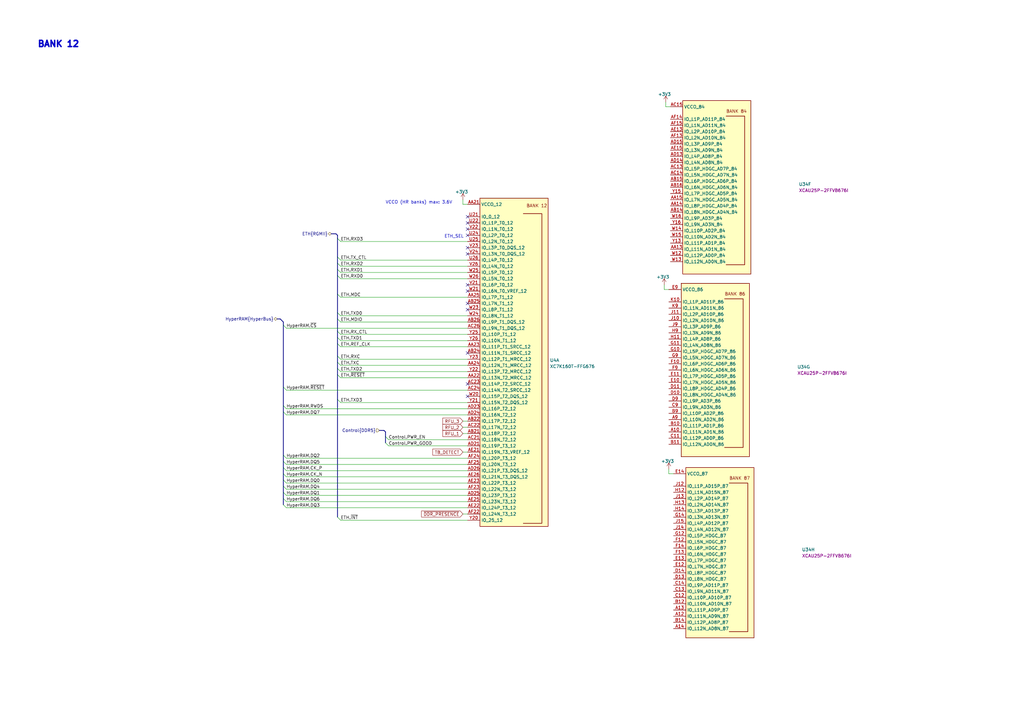
<source format=kicad_sch>
(kicad_sch (version 20230121) (generator eeschema)
  (paper "A3")
  (title_block (title "RDIMM DDR5 Tester") (date "2024-09-26") (rev "2.0.0") (comment 1 "www.antmicro.com") (comment 2 "Antmicro Ltd"))
  (lib_symbols
    (symbol "antmicroFPGAChips:XC7K160T-FFG676"
      (property "Reference" "U" (at 68.58 2.54 0))
      (property "Value" "XC7K160T-FFG676" (at 68.58 0 0))
      (symbol "XC7K160T-FFG676_1_1"
        (text "BANK 12" (at 24.13 -1.27 0) (effects (font (size 1.27 1.27)) (justify left bottom)))
        (pin power_in line (at 0 0 0) (length 5.08) (name "VCCO_12") (number "AA21"))
        (pin bidirectional line (at 0 -71.12 0) (length 5.08) (name "IO_L13N_T2_MRCC_12") (number "AA22"))
        (pin bidirectional line (at 0 -58.42 0) (length 5.08) (name "IO_L11P_T1_SRCC_12") (number "AA23"))
        (pin bidirectional line (at 0 -66.04 0) (length 5.08) (name "IO_L12N_T1_MRCC_12") (number "AA24"))
        (pin bidirectional line (at 0 -38.1 0) (length 5.08) (name "IO_L7P_T1_12") (number "AA25"))
        (pin bidirectional line (at 0 -93.98 0) (length 5.08) (name "IO_L18P_T2_12") (number "AB21"))
        (pin bidirectional line (at 0 -88.9 0) (length 5.08) (name "IO_L17P_T2_12") (number "AB22"))
        (pin bidirectional line (at 0 -60.96 0) (length 5.08) (name "IO_L11N_T1_SRCC_12") (number "AB24"))
        (pin bidirectional line (at 0 -40.64 0) (length 5.08) (name "IO_L7N_T1_12") (number "AB25"))
        (pin bidirectional line (at 0 -48.26 0) (length 5.08) (name "IO_L9P_T1_DQS_12") (number "AB26"))
        (pin bidirectional line (at 0 -96.52 0) (length 5.08) (name "IO_L18N_T2_12") (number "AC21"))
        (pin bidirectional line (at 0 -91.44 0) (length 5.08) (name "IO_L17N_T2_12") (number "AC22"))
        (pin bidirectional line (at 0 -73.66 0) (length 5.08) (name "IO_L14P_T2_SRCC_12") (number "AC23"))
        (pin bidirectional line (at 0 -76.2 0) (length 5.08) (name "IO_L14N_T2_SRCC_12") (number "AC24"))
        (pin passive line (at 0 0 0) (length 5.08) hide (name "VCCO_12") (number "AC25"))
        (pin bidirectional line (at 0 -50.8 0) (length 5.08) (name "IO_L9N_T1_DQS_12") (number "AC26"))
        (pin bidirectional line (at 0 -99.06 0) (length 5.08) (name "IO_L19P_T3_12") (number "AD21"))
        (pin passive line (at 0 0 0) (length 5.08) hide (name "VCCO_12") (number "AD22"))
        (pin bidirectional line (at 0 -83.82 0) (length 5.08) (name "IO_L16P_T2_12") (number "AD23"))
        (pin bidirectional line (at 0 -86.36 0) (length 5.08) (name "IO_L16N_T2_12") (number "AD24"))
        (pin bidirectional line (at 0 -119.38 0) (length 5.08) (name "IO_L23P_T3_12") (number "AD25"))
        (pin bidirectional line (at 0 -109.22 0) (length 5.08) (name "IO_L21P_T3_DQS_12") (number "AD26"))
        (pin bidirectional line (at 0 -101.6 0) (length 5.08) (name "IO_L19N_T3_VREF_12") (number "AE21"))
        (pin bidirectional line (at 0 -124.46 0) (length 5.08) (name "IO_L24P_T3_12") (number "AE22"))
        (pin bidirectional line (at 0 -114.3 0) (length 5.08) (name "IO_L22P_T3_12") (number "AE23"))
        (pin bidirectional line (at 0 -121.92 0) (length 5.08) (name "IO_L23N_T3_12") (number "AE25"))
        (pin bidirectional line (at 0 -111.76 0) (length 5.08) (name "IO_L21N_T3_DQS_12") (number "AE26"))
        (pin bidirectional line (at 0 -127 0) (length 5.08) (name "IO_L24N_T3_12") (number "AF22"))
        (pin bidirectional line (at 0 -116.84 0) (length 5.08) (name "IO_L22N_T3_12") (number "AF23"))
        (pin bidirectional line (at 0 -104.14 0) (length 5.08) (name "IO_L20P_T3_12") (number "AF24"))
        (pin bidirectional line (at 0 -106.68 0) (length 5.08) (name "IO_L20N_T3_12") (number "AF25"))
        (pin passive line (at 0 0 0) (length 5.08) hide (name "VCCO_12") (number "AF26"))
        (pin bidirectional line (at 0 -5.08 0) (length 5.08) (name "IO_0_12") (number "U21"))
        (pin bidirectional line (at 0 -7.62 0) (length 5.08) (name "IO_L1P_T0_12") (number "U22"))
        (pin passive line (at 0 0 0) (length 5.08) hide (name "VCCO_12") (number "U23"))
        (pin bidirectional line (at 0 -12.7 0) (length 5.08) (name "IO_L2P_T0_12") (number "U24"))
        (pin bidirectional line (at 0 -15.24 0) (length 5.08) (name "IO_L2N_T0_12") (number "U25"))
        (pin bidirectional line (at 0 -22.86 0) (length 5.08) (name "IO_L4P_T0_12") (number "U26"))
        (pin passive line (at 0 0 0) (length 5.08) hide (name "VCCO_12") (number "V20"))
        (pin bidirectional line (at 0 -33.02 0) (length 5.08) (name "IO_L6P_T0_12") (number "V21"))
        (pin bidirectional line (at 0 -10.16 0) (length 5.08) (name "IO_L1N_T0_12") (number "V22"))
        (pin bidirectional line (at 0 -17.78 0) (length 5.08) (name "IO_L3P_T0_DQS_12") (number "V23"))
        (pin bidirectional line (at 0 -20.32 0) (length 5.08) (name "IO_L3N_T0_DQS_12") (number "V24"))
        (pin bidirectional line (at 0 -25.4 0) (length 5.08) (name "IO_L4N_T0_12") (number "V26"))
        (pin bidirectional line (at 0 -78.74 0) (length 5.08) (name "IO_L15P_T2_DQS_12") (number "W20"))
        (pin bidirectional line (at 0 -35.56 0) (length 5.08) (name "IO_L6N_T0_VREF_12") (number "W21"))
        (pin bidirectional line (at 0 -43.18 0) (length 5.08) (name "IO_L8P_T1_12") (number "W23"))
        (pin bidirectional line (at 0 -45.72 0) (length 5.08) (name "IO_L8N_T1_12") (number "W24"))
        (pin bidirectional line (at 0 -27.94 0) (length 5.08) (name "IO_L5P_T0_12") (number "W25"))
        (pin bidirectional line (at 0 -30.48 0) (length 5.08) (name "IO_L5N_T0_12") (number "W26"))
        (pin bidirectional line (at 0 -129.54 0) (length 5.08) (name "IO_25_12") (number "Y20"))
        (pin bidirectional line (at 0 -81.28 0) (length 5.08) (name "IO_L15N_T2_DQS_12") (number "Y21"))
        (pin bidirectional line (at 0 -68.58 0) (length 5.08) (name "IO_L13P_T2_MRCC_12") (number "Y22"))
        (pin bidirectional line (at 0 -63.5 0) (length 5.08) (name "IO_L12P_T1_MRCC_12") (number "Y23"))
        (pin passive line (at 0 0 0) (length 5.08) hide (name "VCCO_12") (number "Y24"))
        (pin bidirectional line (at 0 -53.34 0) (length 5.08) (name "IO_L10P_T1_12") (number "Y25"))
        (pin bidirectional line (at 0 -55.88 0) (length 5.08) (name "IO_L10N_T1_12") (number "Y26"))
      )
      (symbol "XC7K160T-FFG676_2_1"
        (text "BANK 13" (at 24.13 -1.27 0) (effects (font (size 1.27 1.27)) (justify left bottom)))
        (pin power_in line (at 0 0 0) (length 5.08) (name "VCCO_13") (number "K24"))
        (pin bidirectional line (at 0 -7.62 0) (length 5.08) (name "IO_L1P_T0_13") (number "K25"))
        (pin bidirectional line (at 0 -10.16 0) (length 5.08) (name "IO_L1N_T0_13") (number "K26"))
        (pin bidirectional line (at 0 -45.72 0) (length 5.08) (name "IO_L8N_T1_13") (number "L24"))
        (pin bidirectional line (at 0 -20.32 0) (length 5.08) (name "IO_L3N_T0_DQS_13") (number "L25"))
        (pin bidirectional line (at 0 -116.84 0) (length 5.08) (name "IO_L22N_T3_13") (number "M19"))
        (pin bidirectional line (at 0 -40.64 0) (length 5.08) (name "IO_L7N_T1_13") (number "M20"))
        (pin bidirectional line (at 0 -53.34 0) (length 5.08) (name "IO_L10P_T1_13") (number "M21"))
        (pin bidirectional line (at 0 -55.88 0) (length 5.08) (name "IO_L10N_T1_13") (number "M22"))
        (pin bidirectional line (at 0 -43.18 0) (length 5.08) (name "IO_L8P_T1_13") (number "M24"))
        (pin bidirectional line (at 0 -17.78 0) (length 5.08) (name "IO_L3P_T0_DQS_13") (number "M25"))
        (pin bidirectional line (at 0 -30.48 0) (length 5.08) (name "IO_L5N_T0_13") (number "M26"))
        (pin bidirectional line (at 0 -5.08 0) (length 5.08) (name "IO_0_13") (number "N16"))
        (pin bidirectional line (at 0 -106.68 0) (length 5.08) (name "IO_L20N_T3_13") (number "N17"))
        (pin bidirectional line (at 0 -114.3 0) (length 5.08) (name "IO_L22P_T3_13") (number "N18"))
        (pin bidirectional line (at 0 -38.1 0) (length 5.08) (name "IO_L7P_T1_13") (number "N19"))
        (pin bidirectional line (at 0 -63.5 0) (length 5.08) (name "IO_L12P_T1_MRCC_13") (number "N21"))
        (pin bidirectional line (at 0 -66.04 0) (length 5.08) (name "IO_L12N_T1_MRCC_13") (number "N22"))
        (pin bidirectional line (at 0 -60.96 0) (length 5.08) (name "IO_L11N_T1_SRCC_13") (number "N23"))
        (pin bidirectional line (at 0 -25.4 0) (length 5.08) (name "IO_L4N_T0_13") (number "N24"))
        (pin passive line (at 0 0 0) (length 5.08) hide (name "VCCO_13") (number "N25"))
        (pin bidirectional line (at 0 -27.94 0) (length 5.08) (name "IO_L5P_T0_13") (number "N26"))
        (pin bidirectional line (at 0 -104.14 0) (length 5.08) (name "IO_L20P_T3_13") (number "P16"))
        (pin bidirectional line (at 0 -127 0) (length 5.08) (name "IO_L24N_T3_13") (number "P18"))
        (pin bidirectional line (at 0 -48.26 0) (length 5.08) (name "IO_L9P_T1_DQS_13") (number "P19"))
        (pin bidirectional line (at 0 -50.8 0) (length 5.08) (name "IO_L9N_T1_DQS_13") (number "P20"))
        (pin bidirectional line (at 0 -71.12 0) (length 5.08) (name "IO_L13N_T2_MRCC_13") (number "P21"))
        (pin passive line (at 0 0 0) (length 5.08) hide (name "VCCO_13") (number "P22"))
        (pin bidirectional line (at 0 -58.42 0) (length 5.08) (name "IO_L11P_T1_SRCC_13") (number "P23"))
        (pin bidirectional line (at 0 -22.86 0) (length 5.08) (name "IO_L4P_T0_13") (number "P24"))
        (pin bidirectional line (at 0 -35.56 0) (length 5.08) (name "IO_L6N_T0_VREF_13") (number "P25"))
        (pin bidirectional line (at 0 -15.24 0) (length 5.08) (name "IO_L2N_T0_13") (number "P26"))
        (pin bidirectional line (at 0 -109.22 0) (length 5.08) (name "IO_L21P_T3_DQS_13") (number "R16"))
        (pin bidirectional line (at 0 -111.76 0) (length 5.08) (name "IO_L21N_T3_DQS_13") (number "R17"))
        (pin bidirectional line (at 0 -124.46 0) (length 5.08) (name "IO_L24P_T3_13") (number "R18"))
        (pin passive line (at 0 0 0) (length 5.08) hide (name "VCCO_13") (number "R19"))
        (pin bidirectional line (at 0 -86.36 0) (length 5.08) (name "IO_L16N_T2_13") (number "R20"))
        (pin bidirectional line (at 0 -68.58 0) (length 5.08) (name "IO_L13P_T2_MRCC_13") (number "R21"))
        (pin bidirectional line (at 0 -73.66 0) (length 5.08) (name "IO_L14P_T2_SRCC_13") (number "R22"))
        (pin bidirectional line (at 0 -76.2 0) (length 5.08) (name "IO_L14N_T2_SRCC_13") (number "R23"))
        (pin bidirectional line (at 0 -33.02 0) (length 5.08) (name "IO_L6P_T0_13") (number "R25"))
        (pin bidirectional line (at 0 -12.7 0) (length 5.08) (name "IO_L2P_T0_13") (number "R26"))
        (pin passive line (at 0 0 0) (length 5.08) hide (name "VCCO_13") (number "T16"))
        (pin bidirectional line (at 0 -121.92 0) (length 5.08) (name "IO_L23N_T3_13") (number "T17"))
        (pin bidirectional line (at 0 -99.06 0) (length 5.08) (name "IO_L19P_T3_13") (number "T18"))
        (pin bidirectional line (at 0 -101.6 0) (length 5.08) (name "IO_L19N_T3_VREF_13") (number "T19"))
        (pin bidirectional line (at 0 -83.82 0) (length 5.08) (name "IO_L16P_T2_13") (number "T20"))
        (pin bidirectional line (at 0 -88.9 0) (length 5.08) (name "IO_L17P_T2_13") (number "T22"))
        (pin bidirectional line (at 0 -91.44 0) (length 5.08) (name "IO_L17N_T2_13") (number "T23"))
        (pin bidirectional line (at 0 -78.74 0) (length 5.08) (name "IO_L15P_T2_DQS_13") (number "T24"))
        (pin bidirectional line (at 0 -81.28 0) (length 5.08) (name "IO_L15N_T2_DQS_13") (number "T25"))
        (pin passive line (at 0 0 0) (length 5.08) hide (name "VCCO_13") (number "T26"))
        (pin bidirectional line (at 0 -129.54 0) (length 5.08) (name "IO_25_13") (number "U16"))
        (pin bidirectional line (at 0 -119.38 0) (length 5.08) (name "IO_L23P_T3_13") (number "U17"))
        (pin bidirectional line (at 0 -93.98 0) (length 5.08) (name "IO_L18P_T2_13") (number "U19"))
        (pin bidirectional line (at 0 -96.52 0) (length 5.08) (name "IO_L18N_T2_13") (number "U20"))
      )
      (symbol "XC7K160T-FFG676_3_1"
        (text "BANK 14" (at 31.75 -1.27 0) (effects (font (size 1.27 1.27)) (justify left bottom)))
        (pin bidirectional line (at 0 -45.72 0) (length 5.08) (name "IO_L8N_T1_D12_14") (number "A20"))
        (pin power_in line (at 0 0 0) (length 5.08) (name "VCCO_14") (number "A21"))
        (pin bidirectional line (at 0 -15.24 0) (length 5.08) (name "IO_L2N_T0_D03_14") (number "A22"))
        (pin bidirectional line (at 0 -22.86 0) (length 5.08) (name "IO_L4P_T0_D04_14") (number "A23"))
        (pin bidirectional line (at 0 -25.4 0) (length 5.08) (name "IO_L4N_T0_D05_14") (number "A24"))
        (pin bidirectional line (at 0 -10.16 0) (length 5.08) (name "IO_L1N_T0_D01_DIN_14") (number "A25"))
        (pin bidirectional line (at 0 -43.18 0) (length 5.08) (name "IO_L8P_T1_D11_14") (number "B20"))
        (pin bidirectional line (at 0 -55.88 0) (length 5.08) (name "IO_L10N_T1_D15_14") (number "B21"))
        (pin bidirectional line (at 0 -12.7 0) (length 5.08) (name "IO_L2P_T0_D02_14") (number "B22"))
        (pin bidirectional line (at 0 -7.62 0) (length 5.08) (name "IO_L1P_T0_D00_MOSI_14") (number "B24"))
        (pin bidirectional line (at 0 -17.78 0) (length 5.08) (name "IO_L3P_T0_DQS_PUDC_B_14") (number "B25"))
        (pin bidirectional line (at 0 -20.32 0) (length 5.08) (name "IO_L3N_T0_DQS_EMCCLK_14") (number "B26"))
        (pin bidirectional line (at 0 -53.34 0) (length 5.08) (name "IO_L10P_T1_D14_14") (number "C21"))
        (pin bidirectional line (at 0 -40.64 0) (length 5.08) (name "IO_L7N_T1_D10_14") (number "C22"))
        (pin bidirectional line (at 0 -33.02 0) (length 5.08) (name "IO_L6P_T0_FCS_B_14") (number "C23"))
        (pin bidirectional line (at 0 -35.56 0) (length 5.08) (name "IO_L6N_T0_D08_VREF_14") (number "C24"))
        (pin passive line (at 0 0 0) (length 5.08) hide (name "VCCO_14") (number "C25"))
        (pin bidirectional line (at 0 -30.48 0) (length 5.08) (name "IO_L5N_T0_D07_14") (number "C26"))
        (pin bidirectional line (at 0 -38.1 0) (length 5.08) (name "IO_L7P_T1_D09_14") (number "D21"))
        (pin passive line (at 0 0 0) (length 5.08) hide (name "VCCO_14") (number "D22"))
        (pin bidirectional line (at 0 -58.42 0) (length 5.08) (name "IO_L11P_T1_SRCC_14") (number "D23"))
        (pin bidirectional line (at 0 -60.96 0) (length 5.08) (name "IO_L11N_T1_SRCC_14") (number "D24"))
        (pin bidirectional line (at 0 -81.28 0) (length 5.08) (name "IO_L15N_T2_DQS_DOUT_CSO_B_14") (number "D25"))
        (pin bidirectional line (at 0 -27.94 0) (length 5.08) (name "IO_L5P_T0_D06_14") (number "D26"))
        (pin bidirectional line (at 0 -48.26 0) (length 5.08) (name "IO_L9P_T1_DQS_14") (number "E21"))
        (pin bidirectional line (at 0 -50.8 0) (length 5.08) (name "IO_L9N_T1_DQS_D13_14") (number "E22"))
        (pin bidirectional line (at 0 -66.04 0) (length 5.08) (name "IO_L12N_T1_MRCC_14") (number "E23"))
        (pin bidirectional line (at 0 -78.74 0) (length 5.08) (name "IO_L15P_T2_DQS_RDWR_B_14") (number "E25"))
        (pin bidirectional line (at 0 -91.44 0) (length 5.08) (name "IO_L17N_T2_A13_D29_14") (number "E26"))
        (pin bidirectional line (at 0 -63.5 0) (length 5.08) (name "IO_L12P_T1_MRCC_14") (number "F22"))
        (pin bidirectional line (at 0 -71.12 0) (length 5.08) (name "IO_L13N_T2_MRCC_14") (number "F23"))
        (pin bidirectional line (at 0 -76.2 0) (length 5.08) (name "IO_L14N_T2_SRCC_14") (number "F24"))
        (pin bidirectional line (at 0 -88.9 0) (length 5.08) (name "IO_L17P_T2_A14_D30_14") (number "F25"))
        (pin passive line (at 0 0 0) (length 5.08) hide (name "VCCO_14") (number "F26"))
        (pin bidirectional line (at 0 -101.6 0) (length 5.08) (name "IO_L19N_T3_A09_D25_VREF_14") (number "G21"))
        (pin bidirectional line (at 0 -68.58 0) (length 5.08) (name "IO_L13P_T2_MRCC_14") (number "G22"))
        (pin passive line (at 0 0 0) (length 5.08) hide (name "VCCO_14") (number "G23"))
        (pin bidirectional line (at 0 -73.66 0) (length 5.08) (name "IO_L14P_T2_SRCC_14") (number "G24"))
        (pin bidirectional line (at 0 -83.82 0) (length 5.08) (name "IO_L16P_T2_CSI_B_14") (number "G25"))
        (pin bidirectional line (at 0 -86.36 0) (length 5.08) (name "IO_L16N_T2_A15_D31_14") (number "G26"))
        (pin bidirectional line (at 0 -99.06 0) (length 5.08) (name "IO_L19P_T3_A10_D26_14") (number "H21"))
        (pin bidirectional line (at 0 -111.76 0) (length 5.08) (name "IO_L21N_T3_DQS_A06_D22_14") (number "H22"))
        (pin bidirectional line (at 0 -104.14 0) (length 5.08) (name "IO_L20P_T3_A08_D24_14") (number "H23"))
        (pin bidirectional line (at 0 -106.68 0) (length 5.08) (name "IO_L20N_T3_A07_D23_14") (number "H24"))
        (pin bidirectional line (at 0 -96.52 0) (length 5.08) (name "IO_L18N_T2_A11_D27_14") (number "H26"))
        (pin bidirectional line (at 0 -109.22 0) (length 5.08) (name "IO_L21P_T3_DQS_14") (number "J21"))
        (pin bidirectional line (at 0 -127 0) (length 5.08) (name "IO_L24N_T3_A00_D16_14") (number "J23"))
        (pin bidirectional line (at 0 -114.3 0) (length 5.08) (name "IO_L22P_T3_A05_D21_14") (number "J24"))
        (pin bidirectional line (at 0 -116.84 0) (length 5.08) (name "IO_L22N_T3_A04_D20_14") (number "J25"))
        (pin bidirectional line (at 0 -93.98 0) (length 5.08) (name "IO_L18P_T2_A12_D28_14") (number "J26"))
        (pin bidirectional line (at 0 -5.08 0) (length 5.08) (name "IO_0_14") (number "K21"))
        (pin bidirectional line (at 0 -121.92 0) (length 5.08) (name "IO_L23N_T3_A02_D18_14") (number "K22"))
        (pin bidirectional line (at 0 -124.46 0) (length 5.08) (name "IO_L24P_T3_A01_D17_14") (number "K23"))
        (pin passive line (at 0 0 0) (length 5.08) hide (name "VCCO_14") (number "L21"))
        (pin bidirectional line (at 0 -119.38 0) (length 5.08) (name "IO_L23P_T3_A03_D19_14") (number "L22"))
        (pin bidirectional line (at 0 -129.54 0) (length 5.08) (name "IO_25_14") (number "L23"))
      )
      (symbol "XC7K160T-FFG676_4_1"
        (text "BANK 15" (at 31.75 -1.27 0) (effects (font (size 1.27 1.27)) (justify left bottom)))
        (pin bidirectional line (at 0 -20.32 0) (length 5.08) (name "IO_L3N_T0_DQS_AD1N_15") (number "A17"))
        (pin bidirectional line (at 0 -12.7 0) (length 5.08) (name "IO_L2P_T0_AD8P_15") (number "A18"))
        (pin bidirectional line (at 0 -15.24 0) (length 5.08) (name "IO_L2N_T0_AD8N_15") (number "A19"))
        (pin bidirectional line (at 0 -10.16 0) (length 5.08) (name "IO_L1N_T0_AD0N_15") (number "B16"))
        (pin bidirectional line (at 0 -17.78 0) (length 5.08) (name "IO_L3P_T0_DQS_AD1P_15") (number "B17"))
        (pin power_in line (at 0 0 0) (length 5.08) (name "VCCO_15") (number "B18"))
        (pin bidirectional line (at 0 -25.4 0) (length 5.08) (name "IO_L4N_T0_AD9N_15") (number "B19"))
        (pin bidirectional line (at 0 -7.62 0) (length 5.08) (name "IO_L1P_T0_AD0P_15") (number "C16"))
        (pin bidirectional line (at 0 -27.94 0) (length 5.08) (name "IO_L5P_T0_AD2P_15") (number "C17"))
        (pin bidirectional line (at 0 -30.48 0) (length 5.08) (name "IO_L5N_T0_AD2N_15") (number "C18"))
        (pin bidirectional line (at 0 -22.86 0) (length 5.08) (name "IO_L4P_T0_AD9P_15") (number "C19"))
        (pin bidirectional line (at 0 -33.02 0) (length 5.08) (name "IO_L6P_T0_15") (number "D15"))
        (pin bidirectional line (at 0 -35.56 0) (length 5.08) (name "IO_L6N_T0_VREF_15") (number "D16"))
        (pin bidirectional line (at 0 -71.12 0) (length 5.08) (name "IO_L13N_T2_MRCC_15") (number "D18"))
        (pin bidirectional line (at 0 -78.74 0) (length 5.08) (name "IO_L15P_T2_DQS_15") (number "D19"))
        (pin bidirectional line (at 0 -81.28 0) (length 5.08) (name "IO_L15N_T2_DQS_ADV_B_15") (number "D20"))
        (pin bidirectional line (at 0 -53.34 0) (length 5.08) (name "IO_L10P_T1_AD4P_15") (number "E15"))
        (pin bidirectional line (at 0 -55.88 0) (length 5.08) (name "IO_L10N_T1_AD4N_15") (number "E16"))
        (pin bidirectional line (at 0 -66.04 0) (length 5.08) (name "IO_L12N_T1_MRCC_AD5N_15") (number "E17"))
        (pin bidirectional line (at 0 -68.58 0) (length 5.08) (name "IO_L13P_T2_MRCC_15") (number "E18"))
        (pin passive line (at 0 0 0) (length 5.08) hide (name "VCCO_15") (number "E19"))
        (pin bidirectional line (at 0 -91.44 0) (length 5.08) (name "IO_L17N_T2_A25_15") (number "E20"))
        (pin bidirectional line (at 0 -45.72 0) (length 5.08) (name "IO_L8N_T1_AD3N_15") (number "F15"))
        (pin passive line (at 0 0 0) (length 5.08) hide (name "VCCO_15") (number "F16"))
        (pin bidirectional line (at 0 -63.5 0) (length 5.08) (name "IO_L12P_T1_MRCC_AD5P_15") (number "F17"))
        (pin bidirectional line (at 0 -60.96 0) (length 5.08) (name "IO_L11N_T1_SRCC_AD12N_15") (number "F18"))
        (pin bidirectional line (at 0 -88.9 0) (length 5.08) (name "IO_L17P_T2_A26_15") (number "F19"))
        (pin bidirectional line (at 0 -86.36 0) (length 5.08) (name "IO_L16N_T2_A27_15") (number "F20"))
        (pin bidirectional line (at 0 -43.18 0) (length 5.08) (name "IO_L8P_T1_AD3P_15") (number "G15"))
        (pin bidirectional line (at 0 -40.64 0) (length 5.08) (name "IO_L7N_T1_AD10N_15") (number "G16"))
        (pin bidirectional line (at 0 -58.42 0) (length 5.08) (name "IO_L11P_T1_SRCC_AD12P_15") (number "G17"))
        (pin bidirectional line (at 0 -83.82 0) (length 5.08) (name "IO_L16P_T2_A28_15") (number "G19"))
        (pin bidirectional line (at 0 -96.52 0) (length 5.08) (name "IO_L18N_T2_A23_15") (number "G20"))
        (pin bidirectional line (at 0 -38.1 0) (length 5.08) (name "IO_L7P_T1_AD10P_15") (number "H16"))
        (pin bidirectional line (at 0 -73.66 0) (length 5.08) (name "IO_L14P_T2_SRCC_15") (number "H17"))
        (pin bidirectional line (at 0 -76.2 0) (length 5.08) (name "IO_L14N_T2_SRCC_15") (number "H18"))
        (pin bidirectional line (at 0 -93.98 0) (length 5.08) (name "IO_L18P_T2_A24_15") (number "H19"))
        (pin passive line (at 0 0 0) (length 5.08) hide (name "VCCO_15") (number "H20"))
        (pin bidirectional line (at 0 -48.26 0) (length 5.08) (name "IO_L9P_T1_DQS_AD11P_15") (number "J15"))
        (pin bidirectional line (at 0 -50.8 0) (length 5.08) (name "IO_L9N_T1_DQS_AD11N_15") (number "J16"))
        (pin passive line (at 0 0 0) (length 5.08) hide (name "VCCO_15") (number "J17"))
        (pin bidirectional line (at 0 -104.14 0) (length 5.08) (name "IO_L20P_T3_A20_15") (number "J18"))
        (pin bidirectional line (at 0 -106.68 0) (length 5.08) (name "IO_L20N_T3_A19_15") (number "J19"))
        (pin bidirectional line (at 0 -101.6 0) (length 5.08) (name "IO_L19N_T3_A21_VREF_15") (number "J20"))
        (pin bidirectional line (at 0 -5.08 0) (length 5.08) (name "IO_0_15") (number "K15"))
        (pin bidirectional line (at 0 -114.3 0) (length 5.08) (name "IO_L22P_T3_A17_15") (number "K16"))
        (pin bidirectional line (at 0 -116.84 0) (length 5.08) (name "IO_L22N_T3_A16_15") (number "K17"))
        (pin bidirectional line (at 0 -127 0) (length 5.08) (name "IO_L24N_T3_RS0_15") (number "K18"))
        (pin bidirectional line (at 0 -99.06 0) (length 5.08) (name "IO_L19P_T3_A22_15") (number "K20"))
        (pin bidirectional line (at 0 -124.46 0) (length 5.08) (name "IO_L24P_T3_RS1_15") (number "L17"))
        (pin bidirectional line (at 0 -121.92 0) (length 5.08) (name "IO_L23N_T3_FWE_B_15") (number "L18"))
        (pin bidirectional line (at 0 -109.22 0) (length 5.08) (name "IO_L21P_T3_DQS_15") (number "L19"))
        (pin bidirectional line (at 0 -111.76 0) (length 5.08) (name "IO_L21N_T3_DQS_A18_15") (number "L20"))
        (pin bidirectional line (at 0 -129.54 0) (length 5.08) (name "IO_25_15") (number "M16"))
        (pin bidirectional line (at 0 -119.38 0) (length 5.08) (name "IO_L23P_T3_FOE_B_15") (number "M17"))
        (pin passive line (at 0 0 0) (length 5.08) hide (name "VCCO_15") (number "M18"))
      )
      (symbol "XC7K160T-FFG676_5_1"
        (text "BANK 16" (at 24.13 -1.27 0) (effects (font (size 1.27 1.27)) (justify left bottom)))
        (pin bidirectional line (at 0 -116.84 0) (length 5.08) (name "IO_L22N_T3_16") (number "A10"))
        (pin power_in line (at 0 0 0) (length 5.08) (name "VCCO_16") (number "A11"))
        (pin bidirectional line (at 0 -127 0) (length 5.08) (name "IO_L24N_T3_16") (number "A12"))
        (pin bidirectional line (at 0 -124.46 0) (length 5.08) (name "IO_L24P_T3_16") (number "A13"))
        (pin bidirectional line (at 0 -111.76 0) (length 5.08) (name "IO_L21N_T3_DQS_16") (number "A14"))
        (pin bidirectional line (at 0 -121.92 0) (length 5.08) (name "IO_L23N_T3_16") (number "A15"))
        (pin bidirectional line (at 0 -50.8 0) (length 5.08) (name "IO_L9N_T1_DQS_16") (number "A8"))
        (pin bidirectional line (at 0 -48.26 0) (length 5.08) (name "IO_L9P_T1_DQS_16") (number "A9"))
        (pin bidirectional line (at 0 -114.3 0) (length 5.08) (name "IO_L22P_T3_16") (number "B10"))
        (pin bidirectional line (at 0 -106.68 0) (length 5.08) (name "IO_L20N_T3_16") (number "B11"))
        (pin bidirectional line (at 0 -104.14 0) (length 5.08) (name "IO_L20P_T3_16") (number "B12"))
        (pin bidirectional line (at 0 -109.22 0) (length 5.08) (name "IO_L21P_T3_DQS_16") (number "B14"))
        (pin bidirectional line (at 0 -119.38 0) (length 5.08) (name "IO_L23P_T3_16") (number "B15"))
        (pin passive line (at 0 0 0) (length 5.08) hide (name "VCCO_16") (number "B8"))
        (pin bidirectional line (at 0 -55.88 0) (length 5.08) (name "IO_L10N_T1_16") (number "B9"))
        (pin bidirectional line (at 0 -71.12 0) (length 5.08) (name "IO_L13N_T2_MRCC_16") (number "C11"))
        (pin bidirectional line (at 0 -68.58 0) (length 5.08) (name "IO_L13P_T2_MRCC_16") (number "C12"))
        (pin bidirectional line (at 0 -101.6 0) (length 5.08) (name "IO_L19N_T3_VREF_16") (number "C13"))
        (pin bidirectional line (at 0 -99.06 0) (length 5.08) (name "IO_L19P_T3_16") (number "C14"))
        (pin passive line (at 0 0 0) (length 5.08) hide (name "VCCO_16") (number "C15"))
        (pin bidirectional line (at 0 -53.34 0) (length 5.08) (name "IO_L10P_T1_16") (number "C9"))
        (pin bidirectional line (at 0 -66.04 0) (length 5.08) (name "IO_L12N_T1_MRCC_16") (number "D10"))
        (pin bidirectional line (at 0 -76.2 0) (length 5.08) (name "IO_L14N_T2_SRCC_16") (number "D11"))
        (pin passive line (at 0 0 0) (length 5.08) hide (name "VCCO_16") (number "D12"))
        (pin bidirectional line (at 0 -91.44 0) (length 5.08) (name "IO_L17N_T2_16") (number "D13"))
        (pin bidirectional line (at 0 -88.9 0) (length 5.08) (name "IO_L17P_T2_16") (number "D14"))
        (pin bidirectional line (at 0 -45.72 0) (length 5.08) (name "IO_L8N_T1_16") (number "D8"))
        (pin bidirectional line (at 0 -43.18 0) (length 5.08) (name "IO_L8P_T1_16") (number "D9"))
        (pin bidirectional line (at 0 -63.5 0) (length 5.08) (name "IO_L12P_T1_MRCC_16") (number "E10"))
        (pin bidirectional line (at 0 -73.66 0) (length 5.08) (name "IO_L14P_T2_SRCC_16") (number "E11"))
        (pin bidirectional line (at 0 -96.52 0) (length 5.08) (name "IO_L18N_T2_16") (number "E12"))
        (pin bidirectional line (at 0 -93.98 0) (length 5.08) (name "IO_L18P_T2_16") (number "E13"))
        (pin passive line (at 0 0 0) (length 5.08) hide (name "VCCO_16") (number "E9"))
        (pin bidirectional line (at 0 -60.96 0) (length 5.08) (name "IO_L11N_T1_SRCC_16") (number "F10"))
        (pin bidirectional line (at 0 -86.36 0) (length 5.08) (name "IO_L16N_T2_16") (number "F12"))
        (pin bidirectional line (at 0 -81.28 0) (length 5.08) (name "IO_L15N_T2_DQS_16") (number "F13"))
        (pin bidirectional line (at 0 -78.74 0) (length 5.08) (name "IO_L15P_T2_DQS_16") (number "F14"))
        (pin bidirectional line (at 0 -40.64 0) (length 5.08) (name "IO_L7N_T1_16") (number "F8"))
        (pin bidirectional line (at 0 -38.1 0) (length 5.08) (name "IO_L7P_T1_16") (number "F9"))
        (pin bidirectional line (at 0 -12.7 0) (length 5.08) (name "IO_L2P_T0_16") (number "G10"))
        (pin bidirectional line (at 0 -58.42 0) (length 5.08) (name "IO_L11P_T1_SRCC_16") (number "G11"))
        (pin bidirectional line (at 0 -83.82 0) (length 5.08) (name "IO_L16P_T2_16") (number "G12"))
        (pin passive line (at 0 0 0) (length 5.08) hide (name "VCCO_16") (number "G13"))
        (pin bidirectional line (at 0 -30.48 0) (length 5.08) (name "IO_L5N_T0_16") (number "G14"))
        (pin bidirectional line (at 0 -15.24 0) (length 5.08) (name "IO_L2N_T0_16") (number "G9"))
        (pin passive line (at 0 0 0) (length 5.08) hide (name "VCCO_16") (number "H10"))
        (pin bidirectional line (at 0 -35.56 0) (length 5.08) (name "IO_L6N_T0_VREF_16") (number "H11"))
        (pin bidirectional line (at 0 -33.02 0) (length 5.08) (name "IO_L6P_T0_16") (number "H12"))
        (pin bidirectional line (at 0 -20.32 0) (length 5.08) (name "IO_L3N_T0_DQS_16") (number "H13"))
        (pin bidirectional line (at 0 -27.94 0) (length 5.08) (name "IO_L5P_T0_16") (number "H14"))
        (pin bidirectional line (at 0 -10.16 0) (length 5.08) (name "IO_L1N_T0_16") (number "H8"))
        (pin bidirectional line (at 0 -7.62 0) (length 5.08) (name "IO_L1P_T0_16") (number "H9"))
        (pin bidirectional line (at 0 -25.4 0) (length 5.08) (name "IO_L4N_T0_16") (number "J10"))
        (pin bidirectional line (at 0 -22.86 0) (length 5.08) (name "IO_L4P_T0_16") (number "J11"))
        (pin bidirectional line (at 0 -17.78 0) (length 5.08) (name "IO_L3P_T0_DQS_16") (number "J13"))
        (pin bidirectional line (at 0 -129.54 0) (length 5.08) (name "IO_25_16") (number "J14"))
        (pin bidirectional line (at 0 -5.08 0) (length 5.08) (name "IO_0_16") (number "J8"))
      )
      (symbol "XC7K160T-FFG676_6_1"
        (text "BANK 32" (at 24.13 -1.27 0) (effects (font (size 1.27 1.27)) (justify left bottom)))
        (pin bidirectional line (at 0 -38.1 0) (length 5.08) (name "IO_L7P_T1_32") (number "AA14"))
        (pin bidirectional line (at 0 -40.64 0) (length 5.08) (name "IO_L7N_T1_32") (number "AA15"))
        (pin bidirectional line (at 0 -58.42 0) (length 5.08) (name "IO_L11P_T1_SRCC_32") (number "AA17"))
        (pin bidirectional line (at 0 -60.96 0) (length 5.08) (name "IO_L11N_T1_SRCC_32") (number "AA18"))
        (pin bidirectional line (at 0 -83.82 0) (length 5.08) (name "IO_L16P_T2_32") (number "AA19"))
        (pin bidirectional line (at 0 -86.36 0) (length 5.08) (name "IO_L16N_T2_32") (number "AA20"))
        (pin bidirectional line (at 0 -53.34 0) (length 5.08) (name "IO_L10P_T1_32") (number "AB14"))
        (pin bidirectional line (at 0 -55.88 0) (length 5.08) (name "IO_L10N_T1_32") (number "AB15"))
        (pin bidirectional line (at 0 -63.5 0) (length 5.08) (name "IO_L12P_T1_MRCC_32") (number "AB16"))
        (pin bidirectional line (at 0 -73.66 0) (length 5.08) (name "IO_L14P_T2_SRCC_32") (number "AB17"))
        (pin power_in line (at 0 0 0) (length 5.08) (name "VCCO_32") (number "AB18"))
        (pin bidirectional line (at 0 -93.98 0) (length 5.08) (name "IO_L18P_T2_32") (number "AB19"))
        (pin bidirectional line (at 0 -96.52 0) (length 5.08) (name "IO_L18N_T2_32") (number "AB20"))
        (pin bidirectional line (at 0 -43.18 0) (length 5.08) (name "IO_L8P_T1_32") (number "AC14"))
        (pin passive line (at 0 0 0) (length 5.08) hide (name "VCCO_32") (number "AC15"))
        (pin bidirectional line (at 0 -66.04 0) (length 5.08) (name "IO_L12N_T1_MRCC_32") (number "AC16"))
        (pin bidirectional line (at 0 -76.2 0) (length 5.08) (name "IO_L14N_T2_SRCC_32") (number "AC17"))
        (pin bidirectional line (at 0 -68.58 0) (length 5.08) (name "IO_L13P_T2_MRCC_32") (number "AC18"))
        (pin bidirectional line (at 0 -88.9 0) (length 5.08) (name "IO_L17P_T2_32") (number "AC19"))
        (pin bidirectional line (at 0 -45.72 0) (length 5.08) (name "IO_L8N_T1_32") (number "AD14"))
        (pin bidirectional line (at 0 -22.86 0) (length 5.08) (name "IO_L4P_T0_32") (number "AD15"))
        (pin bidirectional line (at 0 -33.02 0) (length 5.08) (name "IO_L6P_T0_32") (number "AD16"))
        (pin bidirectional line (at 0 -71.12 0) (length 5.08) (name "IO_L13N_T2_MRCC_32") (number "AD18"))
        (pin bidirectional line (at 0 -91.44 0) (length 5.08) (name "IO_L17N_T2_32") (number "AD19"))
        (pin bidirectional line (at 0 -78.74 0) (length 5.08) (name "IO_L15P_T2_DQS_32") (number "AD20"))
        (pin bidirectional line (at 0 -25.4 0) (length 5.08) (name "IO_L4N_T0_32") (number "AE15"))
        (pin bidirectional line (at 0 -35.56 0) (length 5.08) (name "IO_L6N_T0_VREF_32") (number "AE16"))
        (pin bidirectional line (at 0 -7.62 0) (length 5.08) (name "IO_L1P_T0_32") (number "AE17"))
        (pin bidirectional line (at 0 -17.78 0) (length 5.08) (name "IO_L3P_T0_DQS_32") (number "AE18"))
        (pin passive line (at 0 0 0) (length 5.08) hide (name "VCCO_32") (number "AE19"))
        (pin bidirectional line (at 0 -81.28 0) (length 5.08) (name "IO_L15N_T2_DQS_32") (number "AE20"))
        (pin bidirectional line (at 0 -12.7 0) (length 5.08) (name "IO_L2P_T0_32") (number "AF14"))
        (pin bidirectional line (at 0 -15.24 0) (length 5.08) (name "IO_L2N_T0_32") (number "AF15"))
        (pin passive line (at 0 0 0) (length 5.08) hide (name "VCCO_32") (number "AF16"))
        (pin bidirectional line (at 0 -10.16 0) (length 5.08) (name "IO_L1N_T0_32") (number "AF17"))
        (pin bidirectional line (at 0 -20.32 0) (length 5.08) (name "IO_L3N_T0_DQS_32") (number "AF18"))
        (pin bidirectional line (at 0 -27.94 0) (length 5.08) (name "IO_L5P_T0_32") (number "AF19"))
        (pin bidirectional line (at 0 -30.48 0) (length 5.08) (name "IO_L5N_T0_32") (number "AF20"))
        (pin bidirectional line (at 0 -5.08 0) (length 5.08) (name "IO_0_VRN_32") (number "V13"))
        (pin bidirectional line (at 0 -124.46 0) (length 5.08) (name "IO_L24P_T3_32") (number "V14"))
        (pin bidirectional line (at 0 -104.14 0) (length 5.08) (name "IO_L20P_T3_32") (number "V16"))
        (pin bidirectional line (at 0 -106.68 0) (length 5.08) (name "IO_L20N_T3_32") (number "V17"))
        (pin bidirectional line (at 0 -119.38 0) (length 5.08) (name "IO_L23P_T3_32") (number "V18"))
        (pin bidirectional line (at 0 -121.92 0) (length 5.08) (name "IO_L23N_T3_32") (number "V19"))
        (pin bidirectional line (at 0 -129.54 0) (length 5.08) (name "IO_25_VRP_32") (number "W13"))
        (pin bidirectional line (at 0 -127 0) (length 5.08) (name "IO_L24N_T3_32") (number "W14"))
        (pin bidirectional line (at 0 -114.3 0) (length 5.08) (name "IO_L22P_T3_32") (number "W15"))
        (pin bidirectional line (at 0 -116.84 0) (length 5.08) (name "IO_L22N_T3_32") (number "W16"))
        (pin passive line (at 0 0 0) (length 5.08) hide (name "VCCO_32") (number "W17"))
        (pin bidirectional line (at 0 -109.22 0) (length 5.08) (name "IO_L21P_T3_DQS_32") (number "W18"))
        (pin bidirectional line (at 0 -111.76 0) (length 5.08) (name "IO_L21N_T3_DQS_32") (number "W19"))
        (pin passive line (at 0 0 0) (length 5.08) hide (name "VCCO_32") (number "Y14"))
        (pin bidirectional line (at 0 -48.26 0) (length 5.08) (name "IO_L9P_T1_DQS_32") (number "Y15"))
        (pin bidirectional line (at 0 -50.8 0) (length 5.08) (name "IO_L9N_T1_DQS_32") (number "Y16"))
        (pin bidirectional line (at 0 -99.06 0) (length 5.08) (name "IO_L19P_T3_32") (number "Y17"))
        (pin bidirectional line (at 0 -101.6 0) (length 5.08) (name "IO_L19N_T3_VREF_32") (number "Y18"))
      )
      (symbol "XC7K160T-FFG676_7_1"
        (text "BANK 33" (at 24.13 -1.27 0) (effects (font (size 1.27 1.27)) (justify left bottom)))
        (pin bidirectional line (at 0 -73.66 0) (length 5.08) (name "IO_L14P_T2_SRCC_33") (number "AA10"))
        (pin power_in line (at 0 0 0) (length 5.08) (name "VCCO_33") (number "AA11"))
        (pin bidirectional line (at 0 -86.36 0) (length 5.08) (name "IO_L16N_T2_33") (number "AA12"))
        (pin bidirectional line (at 0 -83.82 0) (length 5.08) (name "IO_L16P_T2_33") (number "AA13"))
        (pin bidirectional line (at 0 -45.72 0) (length 5.08) (name "IO_L8N_T1_33") (number "AA7"))
        (pin bidirectional line (at 0 -43.18 0) (length 5.08) (name "IO_L8P_T1_33") (number "AA8"))
        (pin bidirectional line (at 0 -58.42 0) (length 5.08) (name "IO_L11P_T1_SRCC_33") (number "AA9"))
        (pin bidirectional line (at 0 -76.2 0) (length 5.08) (name "IO_L14N_T2_SRCC_33") (number "AB10"))
        (pin bidirectional line (at 0 -68.58 0) (length 5.08) (name "IO_L13P_T2_MRCC_33") (number "AB11"))
        (pin bidirectional line (at 0 -78.74 0) (length 5.08) (name "IO_L15P_T2_DQS_33") (number "AB12"))
        (pin bidirectional line (at 0 -53.34 0) (length 5.08) (name "IO_L10P_T1_33") (number "AB7"))
        (pin passive line (at 0 0 0) (length 5.08) hide (name "VCCO_33") (number "AB8"))
        (pin bidirectional line (at 0 -60.96 0) (length 5.08) (name "IO_L11N_T1_SRCC_33") (number "AB9"))
        (pin bidirectional line (at 0 -71.12 0) (length 5.08) (name "IO_L13N_T2_MRCC_33") (number "AC11"))
        (pin bidirectional line (at 0 -81.28 0) (length 5.08) (name "IO_L15N_T2_DQS_33") (number "AC12"))
        (pin bidirectional line (at 0 -88.9 0) (length 5.08) (name "IO_L17P_T2_33") (number "AC13"))
        (pin bidirectional line (at 0 -55.88 0) (length 5.08) (name "IO_L10N_T1_33") (number "AC7"))
        (pin bidirectional line (at 0 -48.26 0) (length 5.08) (name "IO_L9P_T1_DQS_33") (number "AC8"))
        (pin bidirectional line (at 0 -63.5 0) (length 5.08) (name "IO_L12P_T1_MRCC_33") (number "AC9"))
        (pin bidirectional line (at 0 -104.14 0) (length 5.08) (name "IO_L20P_T3_33") (number "AD10"))
        (pin bidirectional line (at 0 -99.06 0) (length 5.08) (name "IO_L19P_T3_33") (number "AD11"))
        (pin passive line (at 0 0 0) (length 5.08) hide (name "VCCO_33") (number "AD12"))
        (pin bidirectional line (at 0 -91.44 0) (length 5.08) (name "IO_L17N_T2_33") (number "AD13"))
        (pin bidirectional line (at 0 -50.8 0) (length 5.08) (name "IO_L9N_T1_DQS_33") (number "AD8"))
        (pin bidirectional line (at 0 -66.04 0) (length 5.08) (name "IO_L12N_T1_MRCC_33") (number "AD9"))
        (pin bidirectional line (at 0 -106.68 0) (length 5.08) (name "IO_L20N_T3_33") (number "AE10"))
        (pin bidirectional line (at 0 -101.6 0) (length 5.08) (name "IO_L19N_T3_VREF_33") (number "AE11"))
        (pin bidirectional line (at 0 -109.22 0) (length 5.08) (name "IO_L21P_T3_DQS_33") (number "AE12"))
        (pin bidirectional line (at 0 -119.38 0) (length 5.08) (name "IO_L23P_T3_33") (number "AE13"))
        (pin bidirectional line (at 0 -38.1 0) (length 5.08) (name "IO_L7P_T1_33") (number "AE7"))
        (pin bidirectional line (at 0 -114.3 0) (length 5.08) (name "IO_L22P_T3_33") (number "AE8"))
        (pin passive line (at 0 0 0) (length 5.08) hide (name "VCCO_33") (number "AE9"))
        (pin bidirectional line (at 0 -124.46 0) (length 5.08) (name "IO_L24P_T3_33") (number "AF10"))
        (pin bidirectional line (at 0 -111.76 0) (length 5.08) (name "IO_L21N_T3_DQS_33") (number "AF12"))
        (pin bidirectional line (at 0 -121.92 0) (length 5.08) (name "IO_L23N_T3_33") (number "AF13"))
        (pin bidirectional line (at 0 -40.64 0) (length 5.08) (name "IO_L7N_T1_33") (number "AF7"))
        (pin bidirectional line (at 0 -116.84 0) (length 5.08) (name "IO_L22N_T3_33") (number "AF8"))
        (pin bidirectional line (at 0 -127 0) (length 5.08) (name "IO_L24N_T3_33") (number "AF9"))
        (pin bidirectional line (at 0 -5.08 0) (length 5.08) (name "IO_0_VRN_33") (number "U9"))
        (pin passive line (at 0 0 0) (length 5.08) hide (name "VCCO_33") (number "V10"))
        (pin bidirectional line (at 0 -7.62 0) (length 5.08) (name "IO_L1P_T0_33") (number "V11"))
        (pin bidirectional line (at 0 -129.54 0) (length 5.08) (name "IO_25_VRP_33") (number "V12"))
        (pin bidirectional line (at 0 -15.24 0) (length 5.08) (name "IO_L2N_T0_33") (number "V7"))
        (pin bidirectional line (at 0 -12.7 0) (length 5.08) (name "IO_L2P_T0_33") (number "V8"))
        (pin bidirectional line (at 0 -33.02 0) (length 5.08) (name "IO_L6P_T0_33") (number "V9"))
        (pin bidirectional line (at 0 -17.78 0) (length 5.08) (name "IO_L3P_T0_DQS_33") (number "W10"))
        (pin bidirectional line (at 0 -10.16 0) (length 5.08) (name "IO_L1N_T0_33") (number "W11"))
        (pin passive line (at 0 0 0) (length 5.08) hide (name "VCCO_33") (number "W7"))
        (pin bidirectional line (at 0 -35.56 0) (length 5.08) (name "IO_L6N_T0_VREF_33") (number "W8"))
        (pin bidirectional line (at 0 -20.32 0) (length 5.08) (name "IO_L3N_T0_DQS_33") (number "W9"))
        (pin bidirectional line (at 0 -30.48 0) (length 5.08) (name "IO_L5N_T0_33") (number "Y10"))
        (pin bidirectional line (at 0 -27.94 0) (length 5.08) (name "IO_L5P_T0_33") (number "Y11"))
        (pin bidirectional line (at 0 -96.52 0) (length 5.08) (name "IO_L18N_T2_33") (number "Y12"))
        (pin bidirectional line (at 0 -93.98 0) (length 5.08) (name "IO_L18P_T2_33") (number "Y13"))
        (pin bidirectional line (at 0 -25.4 0) (length 5.08) (name "IO_L4N_T0_33") (number "Y7"))
        (pin bidirectional line (at 0 -22.86 0) (length 5.08) (name "IO_L4P_T0_33") (number "Y8"))
      )
      (symbol "XC7K160T-FFG676_8_1"
        (text "BANK 34" (at 24.13 -1.27 0) (effects (font (size 1.27 1.27)) (justify left bottom)))
        (pin power_in line (at 0 0 0) (length 5.08) (name "VCCO_34") (number "AA1"))
        (pin bidirectional line (at 0 -66.04 0) (length 5.08) (name "IO_L12N_T1_MRCC_34") (number "AA2"))
        (pin bidirectional line (at 0 -63.5 0) (length 5.08) (name "IO_L12P_T1_MRCC_34") (number "AA3"))
        (pin bidirectional line (at 0 -68.58 0) (length 5.08) (name "IO_L13P_T2_MRCC_34") (number "AA4"))
        (pin bidirectional line (at 0 -78.74 0) (length 5.08) (name "IO_L15P_T2_DQS_34") (number "AA5"))
        (pin bidirectional line (at 0 -48.26 0) (length 5.08) (name "IO_L9P_T1_DQS_34") (number "AB1"))
        (pin bidirectional line (at 0 -58.42 0) (length 5.08) (name "IO_L11P_T1_SRCC_34") (number "AB2"))
        (pin bidirectional line (at 0 -71.12 0) (length 5.08) (name "IO_L13N_T2_MRCC_34") (number "AB4"))
        (pin bidirectional line (at 0 -81.28 0) (length 5.08) (name "IO_L15N_T2_DQS_34") (number "AB5"))
        (pin bidirectional line (at 0 -83.82 0) (length 5.08) (name "IO_L16P_T2_34") (number "AB6"))
        (pin bidirectional line (at 0 -50.8 0) (length 5.08) (name "IO_L9N_T1_DQS_34") (number "AC1"))
        (pin bidirectional line (at 0 -60.96 0) (length 5.08) (name "IO_L11N_T1_SRCC_34") (number "AC2"))
        (pin bidirectional line (at 0 -76.2 0) (length 5.08) (name "IO_L14N_T2_SRCC_34") (number "AC3"))
        (pin bidirectional line (at 0 -73.66 0) (length 5.08) (name "IO_L14P_T2_SRCC_34") (number "AC4"))
        (pin passive line (at 0 0 0) (length 5.08) hide (name "VCCO_34") (number "AC5"))
        (pin bidirectional line (at 0 -86.36 0) (length 5.08) (name "IO_L16N_T2_34") (number "AC6"))
        (pin bidirectional line (at 0 -104.14 0) (length 5.08) (name "IO_L20P_T3_34") (number "AD1"))
        (pin passive line (at 0 0 0) (length 5.08) hide (name "VCCO_34") (number "AD2"))
        (pin bidirectional line (at 0 -101.6 0) (length 5.08) (name "IO_L19N_T3_VREF_34") (number "AD3"))
        (pin bidirectional line (at 0 -99.06 0) (length 5.08) (name "IO_L19P_T3_34") (number "AD4"))
        (pin bidirectional line (at 0 -96.52 0) (length 5.08) (name "IO_L18N_T2_34") (number "AD5"))
        (pin bidirectional line (at 0 -93.98 0) (length 5.08) (name "IO_L18P_T2_34") (number "AD6"))
        (pin bidirectional line (at 0 -106.68 0) (length 5.08) (name "IO_L20N_T3_34") (number "AE1"))
        (pin bidirectional line (at 0 -116.84 0) (length 5.08) (name "IO_L22N_T3_34") (number "AE2"))
        (pin bidirectional line (at 0 -114.3 0) (length 5.08) (name "IO_L22P_T3_34") (number "AE3"))
        (pin bidirectional line (at 0 -121.92 0) (length 5.08) (name "IO_L23N_T3_34") (number "AE5"))
        (pin bidirectional line (at 0 -119.38 0) (length 5.08) (name "IO_L23P_T3_34") (number "AE6"))
        (pin bidirectional line (at 0 -127 0) (length 5.08) (name "IO_L24N_T3_34") (number "AF2"))
        (pin bidirectional line (at 0 -124.46 0) (length 5.08) (name "IO_L24P_T3_34") (number "AF3"))
        (pin bidirectional line (at 0 -111.76 0) (length 5.08) (name "IO_L21N_T3_DQS_34") (number "AF4"))
        (pin bidirectional line (at 0 -109.22 0) (length 5.08) (name "IO_L21P_T3_DQS_34") (number "AF5"))
        (pin passive line (at 0 0 0) (length 5.08) hide (name "VCCO_34") (number "AF6"))
        (pin bidirectional line (at 0 -129.54 0) (length 5.08) (name "IO_25_VRP_34") (number "T7"))
        (pin bidirectional line (at 0 -15.24 0) (length 5.08) (name "IO_L2N_T0_34") (number "U1"))
        (pin bidirectional line (at 0 -12.7 0) (length 5.08) (name "IO_L2P_T0_34") (number "U2"))
        (pin passive line (at 0 0 0) (length 5.08) hide (name "VCCO_34") (number "U3"))
        (pin bidirectional line (at 0 -5.08 0) (length 5.08) (name "IO_0_VRN_34") (number "U4"))
        (pin bidirectional line (at 0 -10.16 0) (length 5.08) (name "IO_L1N_T0_34") (number "U5"))
        (pin bidirectional line (at 0 -7.62 0) (length 5.08) (name "IO_L1P_T0_34") (number "U6"))
        (pin bidirectional line (at 0 -27.94 0) (length 5.08) (name "IO_L5P_T0_34") (number "U7"))
        (pin bidirectional line (at 0 -45.72 0) (length 5.08) (name "IO_L8N_T1_34") (number "V1"))
        (pin bidirectional line (at 0 -43.18 0) (length 5.08) (name "IO_L8P_T1_34") (number "V2"))
        (pin bidirectional line (at 0 -22.86 0) (length 5.08) (name "IO_L4P_T0_34") (number "V3"))
        (pin bidirectional line (at 0 -33.02 0) (length 5.08) (name "IO_L6P_T0_34") (number "V4"))
        (pin bidirectional line (at 0 -30.48 0) (length 5.08) (name "IO_L5N_T0_34") (number "V6"))
        (pin bidirectional line (at 0 -53.34 0) (length 5.08) (name "IO_L10P_T1_34") (number "W1"))
        (pin bidirectional line (at 0 -25.4 0) (length 5.08) (name "IO_L4N_T0_34") (number "W3"))
        (pin bidirectional line (at 0 -35.56 0) (length 5.08) (name "IO_L6N_T0_VREF_34") (number "W4"))
        (pin bidirectional line (at 0 -20.32 0) (length 5.08) (name "IO_L3N_T0_DQS_34") (number "W5"))
        (pin bidirectional line (at 0 -17.78 0) (length 5.08) (name "IO_L3P_T0_DQS_34") (number "W6"))
        (pin bidirectional line (at 0 -55.88 0) (length 5.08) (name "IO_L10N_T1_34") (number "Y1"))
        (pin bidirectional line (at 0 -40.64 0) (length 5.08) (name "IO_L7N_T1_34") (number "Y2"))
        (pin bidirectional line (at 0 -38.1 0) (length 5.08) (name "IO_L7P_T1_34") (number "Y3"))
        (pin passive line (at 0 0 0) (length 5.08) hide (name "VCCO_34") (number "Y4"))
        (pin bidirectional line (at 0 -91.44 0) (length 5.08) (name "IO_L17N_T2_34") (number "Y5"))
        (pin bidirectional line (at 0 -88.9 0) (length 5.08) (name "IO_L17P_T2_34") (number "Y6"))
      )
      (symbol "XC7K160T-FFG676_9_1"
        (text "GTX 115" (at 15.24 3.81 0) (effects (font (size 1.27 1.27)) (justify left bottom)))
        (text "GTX 116" (at 30.48 3.81 0) (effects (font (size 1.27 1.27)) (justify left bottom)))
        (pin bidirectional line (at 54.61 -17.78 180) (length 5.08) (name "MGTXTXN3_116") (number "A3"))
        (pin bidirectional line (at 54.61 -15.24 180) (length 5.08) (name "MGTXTXP3_116") (number "A4"))
        (pin bidirectional line (at 54.61 -12.7 180) (length 5.08) (name "MGTXTXN2_116") (number "B1"))
        (pin bidirectional line (at 54.61 -10.16 180) (length 5.08) (name "MGTXTXP2_116") (number "B2"))
        (pin bidirectional line (at 54.61 -40.64 180) (length 5.08) (name "MGTXRXN3_116") (number "B5"))
        (pin bidirectional line (at 54.61 -38.1 180) (length 5.08) (name "MGTXRXP3_116") (number "B6"))
        (pin bidirectional line (at 54.61 -35.56 180) (length 5.08) (name "MGTXRXN2_116") (number "C3"))
        (pin bidirectional line (at 54.61 -33.02 180) (length 5.08) (name "MGTXRXP2_116") (number "C4"))
        (pin bidirectional line (at 54.61 -7.62 180) (length 5.08) (name "MGTXTXN1_116") (number "D1"))
        (pin bidirectional line (at 54.61 -5.08 180) (length 5.08) (name "MGTXTXP1_116") (number "D2"))
        (pin bidirectional line (at 54.61 -48.26 180) (length 5.08) (name "MGTREFCLK0N_116") (number "D5"))
        (pin bidirectional line (at 54.61 -45.72 180) (length 5.08) (name "MGTREFCLK0P_116") (number "D6"))
        (pin bidirectional line (at 54.61 -30.48 180) (length 5.08) (name "MGTXRXN1_116") (number "E3"))
        (pin bidirectional line (at 54.61 -27.94 180) (length 5.08) (name "MGTXRXP1_116") (number "E4"))
        (pin bidirectional line (at 54.61 -2.54 180) (length 5.08) (name "MGTXTXN0_116") (number "F1"))
        (pin bidirectional line (at 54.61 0 180) (length 5.08) (name "MGTXTXP0_116") (number "F2"))
        (pin bidirectional line (at 54.61 -53.34 180) (length 5.08) (name "MGTREFCLK1N_116") (number "F5"))
        (pin bidirectional line (at 54.61 -50.8 180) (length 5.08) (name "MGTREFCLK1P_116") (number "F6"))
        (pin bidirectional line (at 54.61 -25.4 180) (length 5.08) (name "MGTXRXN0_116") (number "G3"))
        (pin bidirectional line (at 54.61 -22.86 180) (length 5.08) (name "MGTXRXP0_116") (number "G4"))
        (pin bidirectional line (at 0 -17.78 0) (length 5.08) (name "MGTXTXN3_115") (number "H1"))
        (pin bidirectional line (at 0 -15.24 0) (length 5.08) (name "MGTXTXP3_115") (number "H2"))
        (pin bidirectional line (at 0 -48.26 0) (length 5.08) (name "MGTREFCLK0N_115") (number "H5"))
        (pin bidirectional line (at 0 -45.72 0) (length 5.08) (name "MGTREFCLK0P_115") (number "H6"))
        (pin bidirectional line (at 0 -40.64 0) (length 5.08) (name "MGTXRXN3_115") (number "J3"))
        (pin bidirectional line (at 0 -38.1 0) (length 5.08) (name "MGTXRXP3_115") (number "J4"))
        (pin bidirectional line (at 0 -12.7 0) (length 5.08) (name "MGTXTXN2_115") (number "K1"))
        (pin bidirectional line (at 0 -10.16 0) (length 5.08) (name "MGTXTXP2_115") (number "K2"))
        (pin bidirectional line (at 0 -53.34 0) (length 5.08) (name "MGTREFCLK1N_115") (number "K5"))
        (pin bidirectional line (at 0 -50.8 0) (length 5.08) (name "MGTREFCLK1P_115") (number "K6"))
        (pin bidirectional line (at 0 -35.56 0) (length 5.08) (name "MGTXRXN2_115") (number "L3"))
        (pin bidirectional line (at 0 -33.02 0) (length 5.08) (name "MGTXRXP2_115") (number "L4"))
        (pin bidirectional line (at 0 -7.62 0) (length 5.08) (name "MGTXTXN1_115") (number "M1"))
        (pin bidirectional line (at 0 -5.08 0) (length 5.08) (name "MGTXTXP1_115") (number "M2"))
        (pin bidirectional line (at 0 -30.48 0) (length 5.08) (name "MGTXRXN1_115") (number "N3"))
        (pin bidirectional line (at 0 -27.94 0) (length 5.08) (name "MGTXRXP1_115") (number "N4"))
        (pin bidirectional line (at 0 -2.54 0) (length 5.08) (name "MGTXTXN0_115") (number "P1"))
        (pin bidirectional line (at 0 0 0) (length 5.08) (name "MGTXTXP0_115") (number "P2"))
        (pin bidirectional line (at 0 -25.4 0) (length 5.08) (name "MGTXRXN0_115") (number "R3"))
        (pin bidirectional line (at 0 -22.86 0) (length 5.08) (name "MGTXRXP0_115") (number "R4"))
      )
      (symbol "XC7K160T-FFG676_10_1"
        (pin power_in line (at 0 -30.48 0) (length 5.08) (name "GND") (number "A1"))
        (pin passive line (at 0 -30.48 0) (length 5.08) hide (name "GND") (number "A16"))
        (pin passive line (at 0 -30.48 0) (length 5.08) hide (name "GND") (number "A2"))
        (pin passive line (at 0 -30.48 0) (length 5.08) hide (name "GND") (number "A26"))
        (pin passive line (at 0 -30.48 0) (length 5.08) hide (name "GND") (number "A5"))
        (pin passive line (at 0 -30.48 0) (length 5.08) hide (name "GND") (number "A6"))
        (pin passive line (at 0 -30.48 0) (length 5.08) hide (name "GND") (number "A7"))
        (pin passive line (at 0 -30.48 0) (length 5.08) hide (name "GND") (number "AA16"))
        (pin passive line (at 0 -30.48 0) (length 5.08) hide (name "GND") (number "AA26"))
        (pin passive line (at 0 -30.48 0) (length 5.08) hide (name "GND") (number "AA6"))
        (pin passive line (at 0 -30.48 0) (length 5.08) hide (name "GND") (number "AB13"))
        (pin passive line (at 0 -30.48 0) (length 5.08) hide (name "GND") (number "AB23"))
        (pin passive line (at 0 -30.48 0) (length 5.08) hide (name "GND") (number "AB3"))
        (pin passive line (at 0 -30.48 0) (length 5.08) hide (name "GND") (number "AC10"))
        (pin passive line (at 0 -30.48 0) (length 5.08) hide (name "GND") (number "AC20"))
        (pin passive line (at 0 -30.48 0) (length 5.08) hide (name "GND") (number "AD17"))
        (pin passive line (at 0 -30.48 0) (length 5.08) hide (name "GND") (number "AD7"))
        (pin passive line (at 0 -30.48 0) (length 5.08) hide (name "GND") (number "AE14"))
        (pin passive line (at 0 -30.48 0) (length 5.08) hide (name "GND") (number "AE24"))
        (pin passive line (at 0 -30.48 0) (length 5.08) hide (name "GND") (number "AE4"))
        (pin passive line (at 0 -30.48 0) (length 5.08) hide (name "GND") (number "AF1"))
        (pin passive line (at 0 -30.48 0) (length 5.08) hide (name "GND") (number "AF11"))
        (pin passive line (at 0 -30.48 0) (length 5.08) hide (name "GND") (number "AF21"))
        (pin passive line (at 0 -30.48 0) (length 5.08) hide (name "GND") (number "B13"))
        (pin passive line (at 0 -30.48 0) (length 5.08) hide (name "GND") (number "B23"))
        (pin power_in line (at 44.45 -10.16 180) (length 5.08) (name "MGTAVTT") (number "B3"))
        (pin passive line (at 0 -30.48 0) (length 5.08) hide (name "GND") (number "B4"))
        (pin passive line (at 0 -30.48 0) (length 5.08) hide (name "GND") (number "B7"))
        (pin passive line (at 0 -30.48 0) (length 5.08) hide (name "GND") (number "C1"))
        (pin passive line (at 0 -30.48 0) (length 5.08) hide (name "GND") (number "C10"))
        (pin passive line (at 44.45 -10.16 180) (length 5.08) hide (name "MGTAVTT") (number "C2"))
        (pin passive line (at 0 -30.48 0) (length 5.08) hide (name "GND") (number "C20"))
        (pin passive line (at 0 -30.48 0) (length 5.08) hide (name "GND") (number "C5"))
        (pin power_in line (at 44.45 0 180) (length 5.08) (name "MGTAVCC") (number "C6"))
        (pin passive line (at 0 -30.48 0) (length 5.08) hide (name "GND") (number "C7"))
        (pin passive line (at 0 -30.48 0) (length 5.08) hide (name "GND") (number "D17"))
        (pin passive line (at 44.45 -10.16 180) (length 5.08) hide (name "MGTAVTT") (number "D3"))
        (pin passive line (at 0 -30.48 0) (length 5.08) hide (name "GND") (number "D4"))
        (pin passive line (at 0 -30.48 0) (length 5.08) hide (name "GND") (number "D7"))
        (pin passive line (at 0 -30.48 0) (length 5.08) hide (name "GND") (number "E1"))
        (pin passive line (at 0 -30.48 0) (length 5.08) hide (name "GND") (number "E14"))
        (pin passive line (at 0 -30.48 0) (length 5.08) hide (name "GND") (number "E2"))
        (pin passive line (at 0 -30.48 0) (length 5.08) hide (name "GND") (number "E24"))
        (pin passive line (at 0 -30.48 0) (length 5.08) hide (name "GND") (number "E5"))
        (pin passive line (at 44.45 0 180) (length 5.08) hide (name "MGTAVCC") (number "E6"))
        (pin passive line (at 0 -30.48 0) (length 5.08) hide (name "GND") (number "E7"))
        (pin power_in line (at 0 -20.32 0) (length 5.08) (name "VCCBATT_0") (number "E8"))
        (pin passive line (at 0 -30.48 0) (length 5.08) hide (name "GND") (number "F11"))
        (pin passive line (at 0 -30.48 0) (length 5.08) hide (name "GND") (number "F21"))
        (pin passive line (at 0 -30.48 0) (length 5.08) hide (name "GND") (number "F3"))
        (pin passive line (at 0 -30.48 0) (length 5.08) hide (name "GND") (number "F4"))
        (pin passive line (at 0 -30.48 0) (length 5.08) hide (name "GND") (number "F7"))
        (pin passive line (at 0 -30.48 0) (length 5.08) hide (name "GND") (number "G1"))
        (pin passive line (at 0 -30.48 0) (length 5.08) hide (name "GND") (number "G18"))
        (pin passive line (at 44.45 -10.16 180) (length 5.08) hide (name "MGTAVTT") (number "G2"))
        (pin passive line (at 0 -30.48 0) (length 5.08) hide (name "GND") (number "G5"))
        (pin passive line (at 44.45 0 180) (length 5.08) hide (name "MGTAVCC") (number "G6"))
        (pin passive line (at 0 -30.48 0) (length 5.08) hide (name "GND") (number "G8"))
        (pin passive line (at 0 -30.48 0) (length 5.08) hide (name "GND") (number "H15"))
        (pin passive line (at 0 -30.48 0) (length 5.08) hide (name "GND") (number "H25"))
        (pin passive line (at 44.45 -10.16 180) (length 5.08) hide (name "MGTAVTT") (number "H3"))
        (pin passive line (at 0 -30.48 0) (length 5.08) hide (name "GND") (number "H4"))
        (pin passive line (at 0 -30.48 0) (length 5.08) hide (name "GND") (number "H7"))
        (pin passive line (at 0 -30.48 0) (length 5.08) hide (name "GND") (number "J1"))
        (pin passive line (at 0 -30.48 0) (length 5.08) hide (name "GND") (number "J12"))
        (pin passive line (at 0 -30.48 0) (length 5.08) hide (name "GND") (number "J2"))
        (pin passive line (at 0 -30.48 0) (length 5.08) hide (name "GND") (number "J22"))
        (pin passive line (at 0 -30.48 0) (length 5.08) hide (name "GND") (number "J5"))
        (pin passive line (at 44.45 0 180) (length 5.08) hide (name "MGTAVCC") (number "J6"))
        (pin power_in line (at 0 0 0) (length 5.08) (name "VCCINT") (number "J9"))
        (pin passive line (at 0 0 0) (length 5.08) hide (name "VCCINT") (number "K10"))
        (pin passive line (at 0 -30.48 0) (length 5.08) hide (name "GND") (number "K11"))
        (pin passive line (at 0 0 0) (length 5.08) hide (name "VCCINT") (number "K12"))
        (pin passive line (at 0 -30.48 0) (length 5.08) hide (name "GND") (number "K13"))
        (pin passive line (at 0 0 0) (length 5.08) hide (name "VCCINT") (number "K14"))
        (pin passive line (at 0 -30.48 0) (length 5.08) hide (name "GND") (number "K19"))
        (pin passive line (at 0 -30.48 0) (length 5.08) hide (name "GND") (number "K3"))
        (pin passive line (at 0 -30.48 0) (length 5.08) hide (name "GND") (number "K4"))
        (pin passive line (at 0 -30.48 0) (length 5.08) hide (name "GND") (number "K7"))
        (pin passive line (at 0 0 0) (length 5.08) hide (name "VCCINT") (number "K8"))
        (pin passive line (at 0 -30.48 0) (length 5.08) hide (name "GND") (number "K9"))
        (pin passive line (at 0 -30.48 0) (length 5.08) hide (name "GND") (number "L1"))
        (pin passive line (at 0 -30.48 0) (length 5.08) hide (name "GND") (number "L10"))
        (pin power_in line (at 0 -5.08 0) (length 5.08) (name "VCCAUX") (number "L11"))
        (pin passive line (at 0 -30.48 0) (length 5.08) hide (name "GND") (number "L12"))
        (pin passive line (at 0 0 0) (length 5.08) hide (name "VCCINT") (number "L13"))
        (pin passive line (at 0 -30.48 0) (length 5.08) hide (name "GND") (number "L14"))
        (pin passive line (at 0 0 0) (length 5.08) hide (name "VCCINT") (number "L15"))
        (pin passive line (at 0 -30.48 0) (length 5.08) hide (name "GND") (number "L16"))
        (pin passive line (at 44.45 -10.16 180) (length 5.08) hide (name "MGTAVTT") (number "L2"))
        (pin passive line (at 0 -30.48 0) (length 5.08) hide (name "GND") (number "L26"))
        (pin passive line (at 0 -30.48 0) (length 5.08) hide (name "GND") (number "L5"))
        (pin passive line (at 44.45 0 180) (length 5.08) hide (name "MGTAVCC") (number "L6"))
        (pin passive line (at 0 0 0) (length 5.08) hide (name "VCCINT") (number "L9"))
        (pin passive line (at 0 -5.08 0) (length 5.08) hide (name "VCCAUX") (number "M10"))
        (pin power_in line (at 0 -15.24 0) (length 5.08) (name "GNDADC_0") (number "M11"))
        (pin power_in line (at 0 -12.7 0) (length 5.08) (name "VCCADC_0") (number "M12"))
        (pin passive line (at 0 -30.48 0) (length 5.08) hide (name "GND") (number "M13"))
        (pin passive line (at 0 0 0) (length 5.08) hide (name "VCCINT") (number "M14"))
        (pin passive line (at 0 -30.48 0) (length 5.08) hide (name "GND") (number "M15"))
        (pin passive line (at 0 -30.48 0) (length 5.08) hide (name "GND") (number "M23"))
        (pin passive line (at 44.45 -10.16 180) (length 5.08) hide (name "MGTAVTT") (number "M3"))
        (pin passive line (at 0 -30.48 0) (length 5.08) hide (name "GND") (number "M4"))
        (pin power_in line (at 44.45 -15.24 180) (length 5.08) (name "MGTAVTTRCAL_115") (number "M5"))
        (pin power_in line (at 44.45 -17.78 180) (length 5.08) (name "MGTRREF_115") (number "M6"))
        (pin passive line (at 0 -30.48 0) (length 5.08) hide (name "GND") (number "M7"))
        (pin passive line (at 0 0 0) (length 5.08) hide (name "VCCINT") (number "M8"))
        (pin passive line (at 0 -30.48 0) (length 5.08) hide (name "GND") (number "M9"))
        (pin passive line (at 0 -30.48 0) (length 5.08) hide (name "GND") (number "N1"))
        (pin passive line (at 0 -30.48 0) (length 5.08) hide (name "GND") (number "N10"))
        (pin power_in line (at 0 -25.4 0) (length 5.08) (name "VCCBRAM") (number "N13"))
        (pin passive line (at 0 -30.48 0) (length 5.08) hide (name "GND") (number "N14"))
        (pin passive line (at 0 0 0) (length 5.08) hide (name "VCCINT") (number "N15"))
        (pin passive line (at 0 -30.48 0) (length 5.08) hide (name "GND") (number "N2"))
        (pin passive line (at 0 -30.48 0) (length 5.08) hide (name "GND") (number "N20"))
        (pin passive line (at 0 -30.48 0) (length 5.08) hide (name "GND") (number "N5"))
        (pin power_in line (at 44.45 -5.08 180) (length 5.08) (name "MGTVCCAUX") (number "N6"))
        (pin passive line (at 0 -30.48 0) (length 5.08) hide (name "GND") (number "N7"))
        (pin passive line (at 0 0 0) (length 5.08) hide (name "VCCINT") (number "N9"))
        (pin passive line (at 0 -5.08 0) (length 5.08) hide (name "VCCAUX") (number "P10"))
        (pin passive line (at 0 -30.48 0) (length 5.08) hide (name "GND") (number "P13"))
        (pin passive line (at 0 0 0) (length 5.08) hide (name "VCCINT") (number "P14"))
        (pin passive line (at 0 -30.48 0) (length 5.08) hide (name "GND") (number "P15"))
        (pin passive line (at 0 -30.48 0) (length 5.08) hide (name "GND") (number "P17"))
        (pin passive line (at 0 -30.48 0) (length 5.08) hide (name "GND") (number "P3"))
        (pin passive line (at 0 -30.48 0) (length 5.08) hide (name "GND") (number "P4"))
        (pin power_in line (at 0 -7.62 0) (length 5.08) (name "VCCAUX_IO_G0") (number "P8"))
        (pin passive line (at 0 -30.48 0) (length 5.08) hide (name "GND") (number "P9"))
        (pin passive line (at 0 -30.48 0) (length 5.08) hide (name "GND") (number "R1"))
        (pin passive line (at 0 -30.48 0) (length 5.08) hide (name "GND") (number "R10"))
        (pin passive line (at 0 -25.4 0) (length 5.08) hide (name "VCCBRAM") (number "R13"))
        (pin passive line (at 0 -30.48 0) (length 5.08) hide (name "GND") (number "R14"))
        (pin passive line (at 0 0 0) (length 5.08) hide (name "VCCINT") (number "R15"))
        (pin passive line (at 0 -30.48 0) (length 5.08) hide (name "GND") (number "R2"))
        (pin passive line (at 0 -30.48 0) (length 5.08) hide (name "GND") (number "R24"))
        (pin passive line (at 0 -30.48 0) (length 5.08) hide (name "GND") (number "R5"))
        (pin passive line (at 0 -30.48 0) (length 5.08) hide (name "GND") (number "R8"))
        (pin passive line (at 0 -7.62 0) (length 5.08) hide (name "VCCAUX_IO_G0") (number "R9"))
        (pin passive line (at 0 -30.48 0) (length 5.08) hide (name "GND") (number "T1"))
        (pin passive line (at 0 -5.08 0) (length 5.08) hide (name "VCCAUX") (number "T10"))
        (pin passive line (at 0 -30.48 0) (length 5.08) hide (name "GND") (number "T11"))
        (pin passive line (at 0 -25.4 0) (length 5.08) hide (name "VCCBRAM") (number "T12"))
        (pin passive line (at 0 -30.48 0) (length 5.08) hide (name "GND") (number "T13"))
        (pin passive line (at 0 0 0) (length 5.08) hide (name "VCCINT") (number "T14"))
        (pin passive line (at 0 -30.48 0) (length 5.08) hide (name "GND") (number "T15"))
        (pin passive line (at 0 -30.48 0) (length 5.08) hide (name "GND") (number "T21"))
        (pin passive line (at 0 -30.48 0) (length 5.08) hide (name "GND") (number "T3"))
        (pin passive line (at 0 -30.48 0) (length 5.08) hide (name "GND") (number "T4"))
        (pin passive line (at 0 -7.62 0) (length 5.08) hide (name "VCCAUX_IO_G0") (number "T8"))
        (pin passive line (at 0 -30.48 0) (length 5.08) hide (name "GND") (number "T9"))
        (pin passive line (at 0 -30.48 0) (length 5.08) hide (name "GND") (number "U10"))
        (pin passive line (at 0 -5.08 0) (length 5.08) hide (name "VCCAUX") (number "U11"))
        (pin passive line (at 0 -30.48 0) (length 5.08) hide (name "GND") (number "U12"))
        (pin passive line (at 0 -25.4 0) (length 5.08) hide (name "VCCBRAM") (number "U13"))
        (pin passive line (at 0 -30.48 0) (length 5.08) hide (name "GND") (number "U14"))
        (pin passive line (at 0 0 0) (length 5.08) hide (name "VCCINT") (number "U15"))
        (pin passive line (at 0 -30.48 0) (length 5.08) hide (name "GND") (number "U18"))
        (pin passive line (at 0 -30.48 0) (length 5.08) hide (name "GND") (number "U8"))
        (pin passive line (at 0 -30.48 0) (length 5.08) hide (name "GND") (number "V15"))
        (pin passive line (at 0 -30.48 0) (length 5.08) hide (name "GND") (number "V25"))
        (pin passive line (at 0 -30.48 0) (length 5.08) hide (name "GND") (number "V5"))
        (pin passive line (at 0 -30.48 0) (length 5.08) hide (name "GND") (number "W12"))
        (pin passive line (at 0 -30.48 0) (length 5.08) hide (name "GND") (number "W2"))
        (pin passive line (at 0 -30.48 0) (length 5.08) hide (name "GND") (number "W22"))
        (pin passive line (at 0 -30.48 0) (length 5.08) hide (name "GND") (number "Y19"))
        (pin passive line (at 0 -30.48 0) (length 5.08) hide (name "GND") (number "Y9"))
      )
      (symbol "XC7K160T-FFG676_11_1"
        (pin bidirectional line (at 0 -17.78 0) (length 5.08) (name "CCLK_0") (number "C8"))
        (pin bidirectional line (at 0 -33.02 0) (length 5.08) (name "INIT_B_0") (number "G7"))
        (pin bidirectional line (at 0 -30.48 0) (length 5.08) (name "DONE_0") (number "J7"))
        (pin power_in line (at 0 0 0) (length 5.08) (name "VCCO_0") (number "L7"))
        (pin bidirectional line (at 0 -12.7 0) (length 5.08) (name "TCK_0") (number "L8"))
        (pin bidirectional line (at 35.56 -20.32 180) (length 5.08) (name "VREFN_0") (number "N11"))
        (pin bidirectional line (at 35.56 -10.16 180) (length 5.08) (name "VP_0") (number "N12"))
        (pin bidirectional line (at 0 -10.16 0) (length 5.08) (name "TMS_0") (number "N8"))
        (pin bidirectional line (at 35.56 -12.7 180) (length 5.08) (name "VN_0") (number "P11"))
        (pin bidirectional line (at 35.56 -17.78 180) (length 5.08) (name "VREFP_0") (number "P12"))
        (pin bidirectional line (at 0 -25.4 0) (length 5.08) (name "M2_0") (number "P5"))
        (pin bidirectional line (at 0 -35.56 0) (length 5.08) (name "PROGRAM_B_0") (number "P6"))
        (pin bidirectional line (at 35.56 -5.08 180) (length 5.08) (name "CFGBVS_0") (number "P7"))
        (pin bidirectional line (at 35.56 -26.67 180) (length 5.08) (name "DXN_0") (number "R11"))
        (pin bidirectional line (at 35.56 -24.13 180) (length 5.08) (name "DXP_0") (number "R12"))
        (pin bidirectional line (at 0 -5.08 0) (length 5.08) (name "TDI_0") (number "R6"))
        (pin bidirectional line (at 0 -7.62 0) (length 5.08) (name "TDO_0") (number "R7"))
        (pin bidirectional line (at 0 -22.86 0) (length 5.08) (name "M1_0") (number "T2"))
        (pin bidirectional line (at 0 -20.32 0) (length 5.08) (name "M0_0") (number "T5"))
        (pin passive line (at 0 0 0) (length 5.08) hide (name "VCCO_0") (number "T6"))
      )
    )
    (symbol "antmicroFPGAChips:XCAU25P-2FFVB676I"
      (property "Reference" "U" (at 63.5 0 0))
      (property "MPN" "XCAU25P-2FFVB676I" (at 63.5 -2.54 0))
      (symbol "XCAU25P-2FFVB676I_1_1"
        (text "" (at 50.8 -31.75 0) (effects (font (size 1.27 1.27)) (justify left bottom)))
        (text "" (at 50.8 -31.75 0) (effects (font (size 1.27 1.27)) (justify left bottom)))
        (text "CFG" (at 15.24 -3.81 0) (effects (font (size 1.27 1.27)) (justify left bottom)))
        (pin input line (at 0 -20.32 0) (length 5.08) (name "M0_0") (number "AA10"))
        (pin power_in line (at 0 0 0) (length 5.08) (name "VCCO_0") (number "AA11"))
        (pin bidirectional line (at 0 -12.7 0) (length 5.08) (name "RDWR_FCS_B_0") (number "AA12"))
        (pin input line (at 0 -22.86 0) (length 5.08) (name "M1_0") (number "AA9"))
        (pin input line (at 0 -38.1 0) (length 5.08) (name "TMS_0") (number "AB10"))
        (pin bidirectional line (at 0 -5.08 0) (length 5.08) (name "DONE_0") (number "AB11"))
        (pin input line (at 0 -33.02 0) (length 5.08) (name "TDI_0") (number "AB12"))
        (pin input line (at 0 -10.16 0) (length 5.08) (name "PROGRAM_B_0") (number "AB9"))
        (pin bidirectional line (at 0 -48.26 0) (length 5.08) (name "D02_0") (number "AC11"))
        (pin bidirectional line (at 0 -45.72 0) (length 5.08) (name "D01_DIN_0") (number "AC12"))
        (pin bidirectional line (at 0 -43.18 0) (length 5.08) (name "D00_MOSI_0") (number "AD11"))
        (pin passive line (at 0 0 0) (length 5.08) hide (name "VCCO_0") (number "AD12"))
        (pin bidirectional line (at 0 -50.8 0) (length 5.08) (name "D03_0") (number "AE11"))
        (pin input line (at 0 -30.48 0) (length 5.08) (name "TCK_0") (number "AE12"))
        (pin input line (at 0 -25.4 0) (length 5.08) (name "M2_0") (number "AF12"))
        (pin input line (at 0 -66.04 0) (length 5.08) (name "VREFN") (number "P13"))
        (pin input line (at 0 -55.88 0) (length 5.08) (name "VP") (number "P14"))
        (pin input line (at 0 -58.42 0) (length 5.08) (name "VN") (number "R13"))
        (pin input line (at 0 -63.5 0) (length 5.08) (name "VREFP") (number "R14"))
        (pin passive line (at 0 -73.66 0) (length 5.08) (name "DXN") (number "T13"))
        (pin passive line (at 0 -71.12 0) (length 5.08) (name "DXP") (number "T14"))
        (pin bidirectional line (at 0 -7.62 0) (length 5.08) (name "INIT_B_0") (number "W10"))
        (pin input line (at 0 -82.55 0) (length 5.08) (name "PUDC_B_0") (number "W9"))
        (pin output line (at 0 -35.56 0) (length 5.08) (name "TDO_0") (number "Y10"))
        (pin bidirectional line (at 0 -17.78 0) (length 5.08) (name "CCLK_0") (number "Y11"))
        (pin input line (at 0 -80.01 0) (length 5.08) (name "POR_OVERRIDE") (number "Y12"))
      )
      (symbol "XCAU25P-2FFVB676I_2_1"
        (text "" (at 50.8 -31.75 0) (effects (font (size 1.27 1.27)) (justify left bottom)))
        (text "" (at 50.8 -31.75 0) (effects (font (size 1.27 1.27)) (justify left bottom)))
        (text "BANK 64" (at 30.48 -5.08 0) (effects (font (size 1.27 1.27)) (justify left bottom)))
        (pin bidirectional line (at 0 -129.54 0) (length 5.08) (name "IO_L23N_T3U_N9_64") (number "AA17"))
        (pin bidirectional line (at 0 -134.62 0) (length 5.08) (name "IO_L24N_T3U_N11_64") (number "AA18"))
        (pin bidirectional line (at 0 -111.76 0) (length 5.08) (name "IO_L20P_T3L_N2_AD1P_64") (number "AA19"))
        (pin bidirectional line (at 0 -116.84 0) (length 5.08) (name "IO_L21P_T3L_N4_AD8P_64") (number "AA20"))
        (pin power_in line (at 0 0 0) (length 5.08) (name "VCCO_64") (number "AA21"))
        (pin bidirectional line (at 0 -55.88 0) (length 5.08) (name "IO_L10P_T1U_N6_QBC_AD4P_64") (number "AA22"))
        (pin bidirectional line (at 0 -121.92 0) (length 5.08) (name "IO_L22P_T3U_N6_DBC_AD0P_64") (number "AB17"))
        (pin passive line (at 0 0 0) (length 5.08) hide (name "VCCO_64") (number "AB18"))
        (pin bidirectional line (at 0 -114.3 0) (length 5.08) (name "IO_L20N_T3L_N3_AD1N_64") (number "AB19"))
        (pin bidirectional line (at 0 -119.38 0) (length 5.08) (name "IO_L21N_T3L_N5_AD8N_64") (number "AB20"))
        (pin bidirectional line (at 0 -66.04 0) (length 5.08) (name "IO_L12P_T1U_N10_GC_64") (number "AB21"))
        (pin bidirectional line (at 0 -58.42 0) (length 5.08) (name "IO_L10N_T1U_N7_QBC_AD4N_64") (number "AB22"))
        (pin bidirectional line (at 0 -33.02 0) (length 5.08) (name "IO_L6P_T0U_N10_AD6P_64") (number "AB24"))
        (pin bidirectional line (at 0 -12.7 0) (length 5.08) (name "IO_L2P_T0L_N2_64") (number "AB25"))
        (pin bidirectional line (at 0 -15.24 0) (length 5.08) (name "IO_L2N_T0L_N3_64") (number "AB26"))
        (pin bidirectional line (at 0 -137.16 0) (length 5.08) (name "IO_T3U_N12_64") (number "AC16"))
        (pin bidirectional line (at 0 -124.46 0) (length 5.08) (name "IO_L22N_T3U_N7_DBC_AD0N_64") (number "AC17"))
        (pin bidirectional line (at 0 -88.9 0) (length 5.08) (name "IO_L16P_T2U_N6_QBC_AD3P_64") (number "AC18"))
        (pin bidirectional line (at 0 -78.74 0) (length 5.08) (name "IO_L14P_T2L_N2_GC_64") (number "AC19"))
        (pin bidirectional line (at 0 -68.58 0) (length 5.08) (name "IO_L12N_T1U_N11_GC_64") (number "AC21"))
        (pin bidirectional line (at 0 -50.8 0) (length 5.08) (name "IO_L9P_T1L_N4_AD12P_64") (number "AC22"))
        (pin bidirectional line (at 0 -53.34 0) (length 5.08) (name "IO_L9N_T1L_N5_AD12N_64") (number "AC23"))
        (pin bidirectional line (at 0 -35.56 0) (length 5.08) (name "IO_L6N_T0U_N11_AD6N_64") (number "AC24"))
        (pin bidirectional line (at 0 -22.86 0) (length 5.08) (name "IO_L4P_T0U_N6_DBC_AD7P_64") (number "AC26"))
        (pin bidirectional line (at 0 -99.06 0) (length 5.08) (name "IO_L18P_T2U_N10_AD2P_64") (number "AD16"))
        (pin bidirectional line (at 0 -91.44 0) (length 5.08) (name "IO_L16N_T2U_N7_QBC_AD3N_64") (number "AD18"))
        (pin bidirectional line (at 0 -81.28 0) (length 5.08) (name "IO_L14N_T2L_N3_GC_64") (number "AD19"))
        (pin bidirectional line (at 0 -73.66 0) (length 5.08) (name "IO_L13P_T2L_N0_GC_QBC_64") (number "AD20"))
        (pin bidirectional line (at 0 -60.96 0) (length 5.08) (name "IO_L11P_T1U_N8_GC_64") (number "AD21"))
        (pin passive line (at 0 0 0) (length 5.08) hide (name "VCCO_64") (number "AD22"))
        (pin bidirectional line (at 0 -45.72 0) (length 5.08) (name "IO_L8P_T1L_N2_AD5P_64") (number "AD23"))
        (pin bidirectional line (at 0 -27.94 0) (length 5.08) (name "IO_L5P_T0U_N8_AD14P_64") (number "AD24"))
        (pin bidirectional line (at 0 -30.48 0) (length 5.08) (name "IO_L5N_T0U_N9_AD14N_64") (number "AD25"))
        (pin bidirectional line (at 0 -25.4 0) (length 5.08) (name "IO_L4N_T0U_N7_DBC_AD7N_64") (number "AD26"))
        (pin bidirectional line (at 0 -101.6 0) (length 5.08) (name "IO_L18N_T2U_N11_AD2N_64") (number "AE16"))
        (pin bidirectional line (at 0 -93.98 0) (length 5.08) (name "IO_L17P_T2U_N8_AD10P_64") (number "AE17"))
        (pin bidirectional line (at 0 -104.14 0) (length 5.08) (name "IO_T2U_N12_64") (number "AE18"))
        (pin bidirectional line (at 0 -76.2 0) (length 5.08) (name "IO_L13N_T2L_N1_GC_QBC_64") (number "AE20"))
        (pin bidirectional line (at 0 -63.5 0) (length 5.08) (name "IO_L11N_T1U_N9_GC_64") (number "AE21"))
        (pin bidirectional line (at 0 -40.64 0) (length 5.08) (name "IO_L7P_T1L_N0_QBC_AD13P_64") (number "AE22"))
        (pin bidirectional line (at 0 -48.26 0) (length 5.08) (name "IO_L8N_T1L_N3_AD5N_64") (number "AE23"))
        (pin bidirectional line (at 0 -7.62 0) (length 5.08) (name "IO_L1P_T0L_N0_DBC_64") (number "AE25"))
        (pin bidirectional line (at 0 -10.16 0) (length 5.08) (name "IO_L1N_T0L_N1_DBC_64") (number "AE26"))
        (pin bidirectional line (at 0 -96.52 0) (length 5.08) (name "IO_L17N_T2U_N9_AD10N_64") (number "AF17"))
        (pin bidirectional line (at 0 -83.82 0) (length 5.08) (name "IO_L15P_T2L_N4_AD11P_64") (number "AF18"))
        (pin bidirectional line (at 0 -86.36 0) (length 5.08) (name "IO_L15N_T2L_N5_AD11N_64") (number "AF19"))
        (pin bidirectional line (at 0 -71.12 0) (length 5.08) (name "IO_T1U_N12_64") (number "AF20"))
        (pin bidirectional line (at 0 -43.18 0) (length 5.08) (name "IO_L7N_T1L_N1_QBC_AD13N_64") (number "AF22"))
        (pin bidirectional line (at 0 -38.1 0) (length 5.08) (name "IO_T0U_N12_VRP_64") (number "AF23"))
        (pin bidirectional line (at 0 -17.78 0) (length 5.08) (name "IO_L3P_T0L_N4_AD15P_64") (number "AF24"))
        (pin bidirectional line (at 0 -20.32 0) (length 5.08) (name "IO_L3N_T0L_N5_AD15N_64") (number "AF25"))
        (pin input line (at 0 -2.54 0) (length 5.08) (name "VREF_64") (number "W18"))
        (pin bidirectional line (at 0 -127 0) (length 5.08) (name "IO_L23P_T3U_N8_64") (number "Y17"))
        (pin bidirectional line (at 0 -132.08 0) (length 5.08) (name "IO_L24P_T3U_N10_64") (number "Y18"))
        (pin bidirectional line (at 0 -106.68 0) (length 5.08) (name "IO_L19P_T3L_N0_DBC_AD9P_64") (number "Y20"))
        (pin bidirectional line (at 0 -109.22 0) (length 5.08) (name "IO_L19N_T3L_N1_DBC_AD9N_64") (number "Y21"))
      )
      (symbol "XCAU25P-2FFVB676I_3_1"
        (text "" (at 50.8 -31.75 0) (effects (font (size 1.27 1.27)) (justify left bottom)))
        (text "" (at 50.8 -31.75 0) (effects (font (size 1.27 1.27)) (justify left bottom)))
        (text "BANK 65" (at 36.83 -3.81 0) (effects (font (size 1.27 1.27)) (justify left bottom)))
        (pin bidirectional line (at 0 -71.12 0) (length 5.08) (name "IO_T1U_N12_SMBALERT_65") (number "AA23"))
        (pin bidirectional line (at 0 -50.8 0) (length 5.08) (name "IO_L9P_T1L_N4_AD12P_A14_D30_65") (number "AA24"))
        (pin bidirectional line (at 0 -53.34 0) (length 5.08) (name "IO_L9N_T1L_N5_AD12N_A15_D31_65") (number "AA25"))
        (pin bidirectional line (at 0 -127 0) (length 5.08) (name "IO_L23P_T3U_N8_I2C_SCLK_65") (number "N19"))
        (pin bidirectional line (at 0 -132.08 0) (length 5.08) (name "IO_L24P_T3U_N10_EMCCLK_65") (number "N21"))
        (pin bidirectional line (at 0 -134.62 0) (length 5.08) (name "IO_L24N_T3U_N11_DOUT_CSO_B_65") (number "N22"))
        (pin bidirectional line (at 0 -121.92 0) (length 5.08) (name "IO_L22P_T3U_N6_DBC_AD0P_D04_65") (number "N23"))
        (pin bidirectional line (at 0 -83.82 0) (length 5.08) (name "IO_L15P_T2L_N4_AD11P_A02_D18_65") (number "N24"))
        (pin bidirectional line (at 0 -104.14 0) (length 5.08) (name "IO_T2U_N12_CSI_ADV_B_65") (number "N26"))
        (pin bidirectional line (at 0 -129.54 0) (length 5.08) (name "IO_L23N_T3U_N9_PERSTN1_I2C_SDA_65") (number "P19"))
        (pin bidirectional line (at 0 -111.76 0) (length 5.08) (name "IO_L20P_T3L_N2_AD1P_D08_65") (number "P20"))
        (pin bidirectional line (at 0 -114.3 0) (length 5.08) (name "IO_L20N_T3L_N3_AD1N_D09_65") (number "P21"))
        (pin power_in line (at 0 0 0) (length 5.08) (name "VCCO_65") (number "P22"))
        (pin bidirectional line (at 0 -124.46 0) (length 5.08) (name "IO_L22N_T3U_N7_DBC_AD0N_D05_65") (number "P23"))
        (pin bidirectional line (at 0 -86.36 0) (length 5.08) (name "IO_L15N_T2L_N5_AD11N_A03_D19_65") (number "P24"))
        (pin bidirectional line (at 0 -93.98 0) (length 5.08) (name "IO_L17P_T2U_N8_AD10P_D14_65") (number "P25"))
        (pin bidirectional line (at 0 -96.52 0) (length 5.08) (name "IO_L17N_T2U_N9_AD10N_D15_65") (number "P26"))
        (pin bidirectional line (at 0 -116.84 0) (length 5.08) (name "IO_L21P_T3L_N4_AD8P_D06_65") (number "R20"))
        (pin bidirectional line (at 0 -119.38 0) (length 5.08) (name "IO_L21N_T3L_N5_AD8N_D07_65") (number "R21"))
        (pin bidirectional line (at 0 -106.68 0) (length 5.08) (name "IO_L19P_T3L_N0_DBC_AD9P_D10_65") (number "R22"))
        (pin bidirectional line (at 0 -109.22 0) (length 5.08) (name "IO_L19N_T3L_N1_DBC_AD9N_D11_65") (number "R23"))
        (pin bidirectional line (at 0 -99.06 0) (length 5.08) (name "IO_L18P_T2U_N10_AD2P_D12_65") (number "R25"))
        (pin bidirectional line (at 0 -101.6 0) (length 5.08) (name "IO_L18N_T2U_N11_AD2N_D13_65") (number "R26"))
        (pin bidirectional line (at 0 -137.16 0) (length 5.08) (name "IO_T3U_N12_PERSTN0_65") (number "T19"))
        (pin bidirectional line (at 0 -17.78 0) (length 5.08) (name "IO_L3P_T0L_N4_AD15P_A26_65") (number "T20"))
        (pin bidirectional line (at 0 -27.94 0) (length 5.08) (name "IO_L5P_T0U_N8_AD14P_A22_65") (number "T22"))
        (pin bidirectional line (at 0 -30.48 0) (length 5.08) (name "IO_L5N_T0U_N9_AD14N_A23_65") (number "T23"))
        (pin bidirectional line (at 0 -73.66 0) (length 5.08) (name "IO_L13P_T2L_N0_GC_QBC_A06_D22_65") (number "T24"))
        (pin bidirectional line (at 0 -78.74 0) (length 5.08) (name "IO_L14P_T2L_N2_GC_A04_D20_65") (number "T25"))
        (pin bidirectional line (at 0 -7.62 0) (length 5.08) (name "IO_L1P_T0L_N0_DBC_RS0_65") (number "U19"))
        (pin bidirectional line (at 0 -20.32 0) (length 5.08) (name "IO_L3N_T0L_N5_AD15N_A27_65") (number "U20"))
        (pin bidirectional line (at 0 -12.7 0) (length 5.08) (name "IO_L2P_T0L_N2_FOE_B_65") (number "U21"))
        (pin bidirectional line (at 0 -15.24 0) (length 5.08) (name "IO_L2N_T0L_N3_FWE_FCS2_B_65") (number "U22"))
        (pin passive line (at 0 0 0) (length 5.08) hide (name "VCCO_65") (number "U23"))
        (pin bidirectional line (at 0 -76.2 0) (length 5.08) (name "IO_L13N_T2L_N1_GC_QBC_A07_D23_65") (number "U24"))
        (pin bidirectional line (at 0 -81.28 0) (length 5.08) (name "IO_L14N_T2L_N3_GC_A05_D21_65") (number "U25"))
        (pin bidirectional line (at 0 -88.9 0) (length 5.08) (name "IO_L16P_T2U_N6_QBC_AD3P_A00_D16_65") (number "U26"))
        (pin input line (at 0 -2.54 0) (length 5.08) (name "VREF_65") (number "V18"))
        (pin bidirectional line (at 0 -10.16 0) (length 5.08) (name "IO_L1N_T0L_N1_DBC_RS1_65") (number "V19"))
        (pin bidirectional line (at 0 -22.86 0) (length 5.08) (name "IO_L4P_T0U_N6_DBC_AD7P_A24_65") (number "V21"))
        (pin bidirectional line (at 0 -25.4 0) (length 5.08) (name "IO_L4N_T0U_N7_DBC_AD7N_A25_65") (number "V22"))
        (pin bidirectional line (at 0 -60.96 0) (length 5.08) (name "IO_L11P_T1U_N8_GC_A10_D26_65") (number "V23"))
        (pin bidirectional line (at 0 -66.04 0) (length 5.08) (name "IO_L12P_T1U_N10_GC_A08_D24_65") (number "V24"))
        (pin bidirectional line (at 0 -91.44 0) (length 5.08) (name "IO_L16N_T2U_N7_QBC_AD3N_A01_D17_65") (number "V26"))
        (pin bidirectional line (at 0 -33.02 0) (length 5.08) (name "IO_L6P_T0U_N10_AD6P_A20_65") (number "W19"))
        (pin bidirectional line (at 0 -35.56 0) (length 5.08) (name "IO_L6N_T0U_N11_AD6N_A21_65") (number "W20"))
        (pin bidirectional line (at 0 -38.1 0) (length 5.08) (name "IO_T0U_N12_VRP_A28_65") (number "W21"))
        (pin bidirectional line (at 0 -63.5 0) (length 5.08) (name "IO_L11N_T1U_N9_GC_A11_D27_65") (number "W23"))
        (pin bidirectional line (at 0 -68.58 0) (length 5.08) (name "IO_L12N_T1U_N11_GC_A09_D25_65") (number "W24"))
        (pin bidirectional line (at 0 -55.88 0) (length 5.08) (name "IO_L10P_T1U_N6_QBC_AD4P_A12_D28_65") (number "W25"))
        (pin bidirectional line (at 0 -58.42 0) (length 5.08) (name "IO_L10N_T1U_N7_QBC_AD4N_A13_D29_65") (number "W26"))
        (pin bidirectional line (at 0 -40.64 0) (length 5.08) (name "IO_L7P_T1L_N0_QBC_AD13P_A18_65") (number "Y22"))
        (pin bidirectional line (at 0 -43.18 0) (length 5.08) (name "IO_L7N_T1L_N1_QBC_AD13N_A19_65") (number "Y23"))
        (pin passive line (at 0 0 0) (length 5.08) hide (name "VCCO_65") (number "Y24"))
        (pin bidirectional line (at 0 -45.72 0) (length 5.08) (name "IO_L8P_T1L_N2_AD5P_A16_65") (number "Y25"))
        (pin bidirectional line (at 0 -48.26 0) (length 5.08) (name "IO_L8N_T1L_N3_AD5N_A17_65") (number "Y26"))
      )
      (symbol "XCAU25P-2FFVB676I_4_1"
        (text "" (at 50.8 -31.75 0) (effects (font (size 1.27 1.27)) (justify left bottom)))
        (text "" (at 50.8 -31.75 0) (effects (font (size 1.27 1.27)) (justify left bottom)))
        (text "BANK 66" (at 30.48 -5.08 0) (effects (font (size 1.27 1.27)) (justify left bottom)))
        (pin bidirectional line (at 0 -132.08 0) (length 5.08) (name "IO_L24P_T3U_N10_66") (number "B25"))
        (pin bidirectional line (at 0 -134.62 0) (length 5.08) (name "IO_L24N_T3U_N11_66") (number "B26"))
        (pin bidirectional line (at 0 -124.46 0) (length 5.08) (name "IO_L22N_T3U_N7_DBC_AD0N_66") (number "C24"))
        (pin bidirectional line (at 0 -129.54 0) (length 5.08) (name "IO_L23N_T3U_N9_66") (number "C26"))
        (pin bidirectional line (at 0 -121.92 0) (length 5.08) (name "IO_L22P_T3U_N6_DBC_AD0P_66") (number "D23"))
        (pin bidirectional line (at 0 -116.84 0) (length 5.08) (name "IO_L21P_T3L_N4_AD8P_66") (number "D24"))
        (pin bidirectional line (at 0 -119.38 0) (length 5.08) (name "IO_L21N_T3L_N5_AD8N_66") (number "D25"))
        (pin bidirectional line (at 0 -127 0) (length 5.08) (name "IO_L23P_T3U_N8_66") (number "D26"))
        (pin bidirectional line (at 0 -114.3 0) (length 5.08) (name "IO_L20N_T3L_N3_AD1N_66") (number "E23"))
        (pin power_in line (at 0 0 0) (length 5.08) (name "VCCO_66") (number "E24"))
        (pin bidirectional line (at 0 -106.68 0) (length 5.08) (name "IO_L19P_T3L_N0_DBC_AD9P_66") (number "E25"))
        (pin bidirectional line (at 0 -109.22 0) (length 5.08) (name "IO_L19N_T3L_N1_DBC_AD9N_66") (number "E26"))
        (pin bidirectional line (at 0 -137.16 0) (length 5.08) (name "IO_T3U_N12_66") (number "F22"))
        (pin bidirectional line (at 0 -111.76 0) (length 5.08) (name "IO_L20P_T3L_N2_AD1P_66") (number "F23"))
        (pin bidirectional line (at 0 -88.9 0) (length 5.08) (name "IO_L16P_T2U_N6_QBC_AD3P_66") (number "F24"))
        (pin bidirectional line (at 0 -91.44 0) (length 5.08) (name "IO_L16N_T2U_N7_QBC_AD3N_66") (number "F25"))
        (pin bidirectional line (at 0 -104.14 0) (length 5.08) (name "IO_T2U_N12_66") (number "G22"))
        (pin bidirectional line (at 0 -73.66 0) (length 5.08) (name "IO_L13P_T2L_N0_GC_QBC_66") (number "G24"))
        (pin bidirectional line (at 0 -76.2 0) (length 5.08) (name "IO_L13N_T2L_N1_GC_QBC_66") (number "G25"))
        (pin bidirectional line (at 0 -96.52 0) (length 5.08) (name "IO_L17N_T2U_N9_AD10N_66") (number "G26"))
        (pin bidirectional line (at 0 -99.06 0) (length 5.08) (name "IO_L18P_T2U_N10_AD2P_66") (number "H21"))
        (pin bidirectional line (at 0 -101.6 0) (length 5.08) (name "IO_L18N_T2U_N11_AD2N_66") (number "H22"))
        (pin bidirectional line (at 0 -78.74 0) (length 5.08) (name "IO_L14P_T2L_N2_GC_66") (number "H23"))
        (pin bidirectional line (at 0 -81.28 0) (length 5.08) (name "IO_L14N_T2L_N3_GC_66") (number "H24"))
        (pin passive line (at 0 0 0) (length 5.08) hide (name "VCCO_66") (number "H25"))
        (pin bidirectional line (at 0 -93.98 0) (length 5.08) (name "IO_L17P_T2U_N8_AD10P_66") (number "H26"))
        (pin input line (at 0 -2.54 0) (length 5.08) (name "VREF_66") (number "J18"))
        (pin bidirectional line (at 0 -17.78 0) (length 5.08) (name "IO_L3P_T0L_N4_AD15P_66") (number "J19"))
        (pin bidirectional line (at 0 -20.32 0) (length 5.08) (name "IO_L3N_T0L_N5_AD15N_66") (number "J20"))
        (pin bidirectional line (at 0 -30.48 0) (length 5.08) (name "IO_L5N_T0U_N9_AD14N_66") (number "J21"))
        (pin passive line (at 0 0 0) (length 5.08) hide (name "VCCO_66") (number "J22"))
        (pin bidirectional line (at 0 -66.04 0) (length 5.08) (name "IO_L12P_T1U_N10_GC_66") (number "J23"))
        (pin bidirectional line (at 0 -68.58 0) (length 5.08) (name "IO_L12N_T1U_N11_GC_66") (number "J24"))
        (pin bidirectional line (at 0 -83.82 0) (length 5.08) (name "IO_L15P_T2L_N4_AD11P_66") (number "J25"))
        (pin bidirectional line (at 0 -86.36 0) (length 5.08) (name "IO_L15N_T2L_N5_AD11N_66") (number "J26"))
        (pin bidirectional line (at 0 -10.16 0) (length 5.08) (name "IO_L1N_T0L_N1_DBC_66") (number "K18"))
        (pin bidirectional line (at 0 -35.56 0) (length 5.08) (name "IO_L6N_T0U_N11_AD6N_66") (number "K20"))
        (pin bidirectional line (at 0 -27.94 0) (length 5.08) (name "IO_L5P_T0U_N8_AD14P_66") (number "K21"))
        (pin bidirectional line (at 0 -60.96 0) (length 5.08) (name "IO_L11P_T1U_N8_GC_66") (number "K22"))
        (pin bidirectional line (at 0 -63.5 0) (length 5.08) (name "IO_L11N_T1U_N9_GC_66") (number "K23"))
        (pin bidirectional line (at 0 -50.8 0) (length 5.08) (name "IO_L9P_T1L_N4_AD12P_66") (number "K25"))
        (pin bidirectional line (at 0 -53.34 0) (length 5.08) (name "IO_L9N_T1L_N5_AD12N_66") (number "K26"))
        (pin bidirectional line (at 0 -7.62 0) (length 5.08) (name "IO_L1P_T0L_N0_DBC_66") (number "L18"))
        (pin bidirectional line (at 0 -25.4 0) (length 5.08) (name "IO_L4N_T0U_N7_DBC_AD7N_66") (number "L19"))
        (pin bidirectional line (at 0 -33.02 0) (length 5.08) (name "IO_L6P_T0U_N10_AD6P_66") (number "L20"))
        (pin bidirectional line (at 0 -40.64 0) (length 5.08) (name "IO_L7P_T1L_N0_QBC_AD13P_66") (number "L22"))
        (pin bidirectional line (at 0 -43.18 0) (length 5.08) (name "IO_L7N_T1L_N1_QBC_AD13N_66") (number "L23"))
        (pin bidirectional line (at 0 -55.88 0) (length 5.08) (name "IO_L10P_T1U_N6_QBC_AD4P_66") (number "L24"))
        (pin bidirectional line (at 0 -58.42 0) (length 5.08) (name "IO_L10N_T1U_N7_QBC_AD4N_66") (number "L25"))
        (pin bidirectional line (at 0 -22.86 0) (length 5.08) (name "IO_L4P_T0U_N6_DBC_AD7P_66") (number "M19"))
        (pin bidirectional line (at 0 -12.7 0) (length 5.08) (name "IO_L2P_T0L_N2_66") (number "M20"))
        (pin bidirectional line (at 0 -15.24 0) (length 5.08) (name "IO_L2N_T0L_N3_66") (number "M21"))
        (pin bidirectional line (at 0 -38.1 0) (length 5.08) (name "IO_T0U_N12_VRP_66") (number "M22"))
        (pin bidirectional line (at 0 -71.12 0) (length 5.08) (name "IO_T1U_N12_66") (number "M24"))
        (pin bidirectional line (at 0 -45.72 0) (length 5.08) (name "IO_L8P_T1L_N2_AD5P_66") (number "M25"))
        (pin bidirectional line (at 0 -48.26 0) (length 5.08) (name "IO_L8N_T1L_N3_AD5N_66") (number "M26"))
      )
      (symbol "XCAU25P-2FFVB676I_5_1"
        (text "" (at 50.8 -31.75 0) (effects (font (size 1.27 1.27)) (justify left bottom)))
        (text "" (at 50.8 -31.75 0) (effects (font (size 1.27 1.27)) (justify left bottom)))
        (text "BANK 67" (at 30.48 -5.08 0) (effects (font (size 1.27 1.27)) (justify left bottom)))
        (pin bidirectional line (at 0 -96.52 0) (length 5.08) (name "IO_L17N_T2U_N9_AD10N_67") (number "A15"))
        (pin bidirectional line (at 0 -88.9 0) (length 5.08) (name "IO_L16P_T2U_N6_QBC_AD3P_67") (number "A17"))
        (pin bidirectional line (at 0 -91.44 0) (length 5.08) (name "IO_L16N_T2U_N7_QBC_AD3N_67") (number "A18"))
        (pin bidirectional line (at 0 -99.06 0) (length 5.08) (name "IO_L18P_T2U_N10_AD2P_67") (number "A19"))
        (pin bidirectional line (at 0 -101.6 0) (length 5.08) (name "IO_L18N_T2U_N11_AD2N_67") (number "A20"))
        (pin bidirectional line (at 0 -106.68 0) (length 5.08) (name "IO_L19P_T3L_N0_DBC_AD9P_67") (number "A22"))
        (pin bidirectional line (at 0 -109.22 0) (length 5.08) (name "IO_L19N_T3L_N1_DBC_AD9N_67") (number "A23"))
        (pin bidirectional line (at 0 -127 0) (length 5.08) (name "IO_L23P_T3U_N8_67") (number "A24"))
        (pin bidirectional line (at 0 -129.54 0) (length 5.08) (name "IO_L23N_T3U_N9_67") (number "A25"))
        (pin bidirectional line (at 0 -93.98 0) (length 5.08) (name "IO_L17P_T2U_N8_AD10P_67") (number "B15"))
        (pin bidirectional line (at 0 -104.14 0) (length 5.08) (name "IO_T2U_N12_67") (number "B16"))
        (pin bidirectional line (at 0 -86.36 0) (length 5.08) (name "IO_L15N_T2L_N5_AD11N_67") (number "B17"))
        (pin bidirectional line (at 0 -78.74 0) (length 5.08) (name "IO_L14P_T2L_N2_GC_67") (number "B19"))
        (pin bidirectional line (at 0 -81.28 0) (length 5.08) (name "IO_L14N_T2L_N3_GC_67") (number "B20"))
        (pin bidirectional line (at 0 -124.46 0) (length 5.08) (name "IO_L22N_T3U_N7_DBC_AD0N_67") (number "B21"))
        (pin bidirectional line (at 0 -134.62 0) (length 5.08) (name "IO_L24N_T3U_N11_67") (number "B22"))
        (pin bidirectional line (at 0 -119.38 0) (length 5.08) (name "IO_L21N_T3L_N5_AD8N_67") (number "B24"))
        (pin bidirectional line (at 0 -35.56 0) (length 5.08) (name "IO_L6N_T0U_N11_AD6N_67") (number "C16"))
        (pin bidirectional line (at 0 -83.82 0) (length 5.08) (name "IO_L15P_T2L_N4_AD11P_67") (number "C17"))
        (pin bidirectional line (at 0 -73.66 0) (length 5.08) (name "IO_L13P_T2L_N0_GC_QBC_67") (number "C18"))
        (pin bidirectional line (at 0 -76.2 0) (length 5.08) (name "IO_L13N_T2L_N1_GC_QBC_67") (number "C19"))
        (pin power_in line (at 0 0 0) (length 5.08) (name "VCCO_67") (number "C20"))
        (pin bidirectional line (at 0 -121.92 0) (length 5.08) (name "IO_L22P_T3U_N6_DBC_AD0P_67") (number "C21"))
        (pin bidirectional line (at 0 -132.08 0) (length 5.08) (name "IO_L24P_T3U_N10_67") (number "C22"))
        (pin bidirectional line (at 0 -116.84 0) (length 5.08) (name "IO_L21P_T3L_N4_AD8P_67") (number "C23"))
        (pin bidirectional line (at 0 -20.32 0) (length 5.08) (name "IO_L3N_T0L_N5_AD15N_67") (number "D15"))
        (pin bidirectional line (at 0 -33.02 0) (length 5.08) (name "IO_L6P_T0U_N10_AD6P_67") (number "D16"))
        (pin passive line (at 0 0 0) (length 5.08) hide (name "VCCO_67") (number "D17"))
        (pin bidirectional line (at 0 -63.5 0) (length 5.08) (name "IO_L11N_T1U_N9_GC_67") (number "D18"))
        (pin bidirectional line (at 0 -66.04 0) (length 5.08) (name "IO_L12P_T1U_N10_GC_67") (number "D19"))
        (pin bidirectional line (at 0 -68.58 0) (length 5.08) (name "IO_L12N_T1U_N11_GC_67") (number "D20"))
        (pin bidirectional line (at 0 -114.3 0) (length 5.08) (name "IO_L20N_T3L_N3_AD1N_67") (number "D21"))
        (pin bidirectional line (at 0 -17.78 0) (length 5.08) (name "IO_L3P_T0L_N4_AD15P_67") (number "E15"))
        (pin bidirectional line (at 0 -22.86 0) (length 5.08) (name "IO_L4P_T0U_N6_DBC_AD7P_67") (number "E16"))
        (pin bidirectional line (at 0 -25.4 0) (length 5.08) (name "IO_L4N_T0U_N7_DBC_AD7N_67") (number "E17"))
        (pin bidirectional line (at 0 -60.96 0) (length 5.08) (name "IO_L11P_T1U_N8_GC_67") (number "E18"))
        (pin bidirectional line (at 0 -58.42 0) (length 5.08) (name "IO_L10N_T1U_N7_QBC_AD4N_67") (number "E20"))
        (pin bidirectional line (at 0 -111.76 0) (length 5.08) (name "IO_L20P_T3L_N2_AD1P_67") (number "E21"))
        (pin bidirectional line (at 0 -137.16 0) (length 5.08) (name "IO_T3U_N12_67") (number "E22"))
        (pin bidirectional line (at 0 -10.16 0) (length 5.08) (name "IO_L1N_T0L_N1_DBC_67") (number "F15"))
        (pin bidirectional line (at 0 -38.1 0) (length 5.08) (name "IO_T0U_N12_VRP_67") (number "F17"))
        (pin bidirectional line (at 0 -45.72 0) (length 5.08) (name "IO_L8P_T1L_N2_AD5P_67") (number "F18"))
        (pin bidirectional line (at 0 -48.26 0) (length 5.08) (name "IO_L8N_T1L_N3_AD5N_67") (number "F19"))
        (pin bidirectional line (at 0 -55.88 0) (length 5.08) (name "IO_L10P_T1U_N6_QBC_AD4P_67") (number "F20"))
        (pin bidirectional line (at 0 -7.62 0) (length 5.08) (name "IO_L1P_T0L_N0_DBC_67") (number "G15"))
        (pin bidirectional line (at 0 -30.48 0) (length 5.08) (name "IO_L5N_T0U_N9_AD14N_67") (number "G16"))
        (pin bidirectional line (at 0 -15.24 0) (length 5.08) (name "IO_L2N_T0L_N3_67") (number "G17"))
        (pin passive line (at 0 0 0) (length 5.08) hide (name "VCCO_67") (number "G18"))
        (pin bidirectional line (at 0 -71.12 0) (length 5.08) (name "IO_T1U_N12_67") (number "G19"))
        (pin bidirectional line (at 0 -50.8 0) (length 5.08) (name "IO_L9P_T1L_N4_AD12P_67") (number "G20"))
        (pin bidirectional line (at 0 -53.34 0) (length 5.08) (name "IO_L9N_T1L_N5_AD12N_67") (number "G21"))
        (pin bidirectional line (at 0 -27.94 0) (length 5.08) (name "IO_L5P_T0U_N8_AD14P_67") (number "H16"))
        (pin bidirectional line (at 0 -12.7 0) (length 5.08) (name "IO_L2P_T0L_N2_67") (number "H17"))
        (pin bidirectional line (at 0 -40.64 0) (length 5.08) (name "IO_L7P_T1L_N0_QBC_AD13P_67") (number "H18"))
        (pin bidirectional line (at 0 -43.18 0) (length 5.08) (name "IO_L7N_T1L_N1_QBC_AD13N_67") (number "H19"))
        (pin input line (at 0 -2.54 0) (length 5.08) (name "VREF_67") (number "J16"))
      )
      (symbol "XCAU25P-2FFVB676I_6_1"
        (text "" (at 50.8 -31.75 0) (effects (font (size 1.27 1.27)) (justify left bottom)))
        (text "" (at 50.8 -31.75 0) (effects (font (size 1.27 1.27)) (justify left bottom)))
        (text "BANK 84" (at 22.86 -2.54 0) (effects (font (size 1.27 1.27)) (justify left bottom)))
        (pin bidirectional line (at 0 -58.42 0) (length 5.08) (name "IO_L11N_AD1N_84") (number "AA13"))
        (pin bidirectional line (at 0 -40.64 0) (length 5.08) (name "IO_L8P_HDGC_AD4P_84") (number "AA14"))
        (pin bidirectional line (at 0 -38.1 0) (length 5.08) (name "IO_L7N_HDGC_AD5N_84") (number "AA15"))
        (pin bidirectional line (at 0 -43.18 0) (length 5.08) (name "IO_L8N_HDGC_AD4N_84") (number "AB14"))
        (pin bidirectional line (at 0 -30.48 0) (length 5.08) (name "IO_L6P_HDGC_AD6P_84") (number "AB15"))
        (pin bidirectional line (at 0 -33.02 0) (length 5.08) (name "IO_L6N_HDGC_AD6N_84") (number "AB16"))
        (pin bidirectional line (at 0 -25.4 0) (length 5.08) (name "IO_L5P_HDGC_AD7P_84") (number "AC13"))
        (pin bidirectional line (at 0 -27.94 0) (length 5.08) (name "IO_L5N_HDGC_AD7N_84") (number "AC14"))
        (pin power_in line (at 0 0 0) (length 5.08) (name "VCCO_84") (number "AC15"))
        (pin bidirectional line (at 0 -20.32 0) (length 5.08) (name "IO_L4P_AD8P_84") (number "AD13"))
        (pin bidirectional line (at 0 -22.86 0) (length 5.08) (name "IO_L4N_AD8N_84") (number "AD14"))
        (pin bidirectional line (at 0 -15.24 0) (length 5.08) (name "IO_L3P_AD9P_84") (number "AD15"))
        (pin bidirectional line (at 0 -10.16 0) (length 5.08) (name "IO_L2P_AD10P_84") (number "AE13"))
        (pin bidirectional line (at 0 -17.78 0) (length 5.08) (name "IO_L3N_AD9N_84") (number "AE15"))
        (pin bidirectional line (at 0 -12.7 0) (length 5.08) (name "IO_L2N_AD10N_84") (number "AF13"))
        (pin bidirectional line (at 0 -5.08 0) (length 5.08) (name "IO_L1P_AD11P_84") (number "AF14"))
        (pin bidirectional line (at 0 -7.62 0) (length 5.08) (name "IO_L1N_AD11N_84") (number "AF15"))
        (pin bidirectional line (at 0 -60.96 0) (length 5.08) (name "IO_L12P_AD0P_84") (number "W12"))
        (pin bidirectional line (at 0 -63.5 0) (length 5.08) (name "IO_L12N_AD0N_84") (number "W13"))
        (pin bidirectional line (at 0 -50.8 0) (length 5.08) (name "IO_L10P_AD2P_84") (number "W14"))
        (pin bidirectional line (at 0 -53.34 0) (length 5.08) (name "IO_L10N_AD2N_84") (number "W15"))
        (pin bidirectional line (at 0 -45.72 0) (length 5.08) (name "IO_L9P_AD3P_84") (number "W16"))
        (pin bidirectional line (at 0 -55.88 0) (length 5.08) (name "IO_L11P_AD1P_84") (number "Y13"))
        (pin passive line (at 0 0 0) (length 5.08) hide (name "VCCO_84") (number "Y14"))
        (pin bidirectional line (at 0 -35.56 0) (length 5.08) (name "IO_L7P_HDGC_AD5P_84") (number "Y15"))
        (pin bidirectional line (at 0 -48.26 0) (length 5.08) (name "IO_L9N_AD3N_84") (number "Y16"))
      )
      (symbol "XCAU25P-2FFVB676I_7_1"
        (text "" (at 50.8 -31.75 0) (effects (font (size 1.27 1.27)) (justify left bottom)))
        (text "" (at 50.8 -31.75 0) (effects (font (size 1.27 1.27)) (justify left bottom)))
        (text "BANK 86" (at 22.86 -2.54 0) (effects (font (size 1.27 1.27)) (justify left bottom)))
        (pin bidirectional line (at 0 -58.42 0) (length 5.08) (name "IO_L11N_AD1N_86") (number "A10"))
        (pin bidirectional line (at 0 -53.34 0) (length 5.08) (name "IO_L10N_AD2N_86") (number "A9"))
        (pin bidirectional line (at 0 -55.88 0) (length 5.08) (name "IO_L11P_AD1P_86") (number "B10"))
        (pin bidirectional line (at 0 -63.5 0) (length 5.08) (name "IO_L12N_AD0N_86") (number "B11"))
        (pin bidirectional line (at 0 -50.8 0) (length 5.08) (name "IO_L10P_AD2P_86") (number "B9"))
        (pin bidirectional line (at 0 -60.96 0) (length 5.08) (name "IO_L12P_AD0P_86") (number "C11"))
        (pin bidirectional line (at 0 -48.26 0) (length 5.08) (name "IO_L9N_AD3N_86") (number "C9"))
        (pin bidirectional line (at 0 -43.18 0) (length 5.08) (name "IO_L8N_HDGC_AD4N_86") (number "D10"))
        (pin bidirectional line (at 0 -40.64 0) (length 5.08) (name "IO_L8P_HDGC_AD4P_86") (number "D11"))
        (pin bidirectional line (at 0 -45.72 0) (length 5.08) (name "IO_L9P_AD3P_86") (number "D9"))
        (pin bidirectional line (at 0 -38.1 0) (length 5.08) (name "IO_L7N_HDGC_AD5N_86") (number "E10"))
        (pin bidirectional line (at 0 -35.56 0) (length 5.08) (name "IO_L7P_HDGC_AD5P_86") (number "E11"))
        (pin power_in line (at 0 0 0) (length 5.08) (name "VCCO_86") (number "E9"))
        (pin bidirectional line (at 0 -30.48 0) (length 5.08) (name "IO_L6P_HDGC_AD6P_86") (number "F10"))
        (pin bidirectional line (at 0 -33.02 0) (length 5.08) (name "IO_L6N_HDGC_AD6N_86") (number "F9"))
        (pin bidirectional line (at 0 -25.4 0) (length 5.08) (name "IO_L5P_HDGC_AD7P_86") (number "G10"))
        (pin bidirectional line (at 0 -22.86 0) (length 5.08) (name "IO_L4N_AD8N_86") (number "G11"))
        (pin bidirectional line (at 0 -27.94 0) (length 5.08) (name "IO_L5N_HDGC_AD7N_86") (number "G9"))
        (pin passive line (at 0 0 0) (length 5.08) hide (name "VCCO_86") (number "H10"))
        (pin bidirectional line (at 0 -20.32 0) (length 5.08) (name "IO_L4P_AD8P_86") (number "H11"))
        (pin bidirectional line (at 0 -17.78 0) (length 5.08) (name "IO_L3N_AD9N_86") (number "H9"))
        (pin bidirectional line (at 0 -12.7 0) (length 5.08) (name "IO_L2N_AD10N_86") (number "J10"))
        (pin bidirectional line (at 0 -10.16 0) (length 5.08) (name "IO_L2P_AD10P_86") (number "J11"))
        (pin bidirectional line (at 0 -15.24 0) (length 5.08) (name "IO_L3P_AD9P_86") (number "J9"))
        (pin bidirectional line (at 0 -5.08 0) (length 5.08) (name "IO_L1P_AD11P_86") (number "K10"))
        (pin bidirectional line (at 0 -7.62 0) (length 5.08) (name "IO_L1N_AD11N_86") (number "K9"))
      )
      (symbol "XCAU25P-2FFVB676I_8_1"
        (text "" (at 50.8 -31.75 0) (effects (font (size 1.27 1.27)) (justify left bottom)))
        (text "" (at 50.8 -31.75 0) (effects (font (size 1.27 1.27)) (justify left bottom)))
        (text "BANK 87" (at 22.86 -2.54 0) (effects (font (size 1.27 1.27)) (justify left bottom)))
        (pin bidirectional line (at 0 -58.42 0) (length 5.08) (name "IO_L11N_AD9N_87") (number "A12"))
        (pin bidirectional line (at 0 -55.88 0) (length 5.08) (name "IO_L11P_AD9P_87") (number "A13"))
        (pin bidirectional line (at 0 -63.5 0) (length 5.08) (name "IO_L12N_AD8N_87") (number "A14"))
        (pin bidirectional line (at 0 -53.34 0) (length 5.08) (name "IO_L10N_AD10N_87") (number "B12"))
        (pin bidirectional line (at 0 -60.96 0) (length 5.08) (name "IO_L12P_AD8P_87") (number "B14"))
        (pin bidirectional line (at 0 -50.8 0) (length 5.08) (name "IO_L10P_AD10P_87") (number "C12"))
        (pin bidirectional line (at 0 -48.26 0) (length 5.08) (name "IO_L9N_AD11N_87") (number "C13"))
        (pin bidirectional line (at 0 -45.72 0) (length 5.08) (name "IO_L9P_AD11P_87") (number "C14"))
        (pin bidirectional line (at 0 -43.18 0) (length 5.08) (name "IO_L8N_HDGC_87") (number "D13"))
        (pin bidirectional line (at 0 -40.64 0) (length 5.08) (name "IO_L8P_HDGC_87") (number "D14"))
        (pin bidirectional line (at 0 -38.1 0) (length 5.08) (name "IO_L7N_HDGC_87") (number "E12"))
        (pin bidirectional line (at 0 -35.56 0) (length 5.08) (name "IO_L7P_HDGC_87") (number "E13"))
        (pin power_in line (at 0 0 0) (length 5.08) (name "VCCO_87") (number "E14"))
        (pin bidirectional line (at 0 -27.94 0) (length 5.08) (name "IO_L5N_HDGC_87") (number "F12"))
        (pin bidirectional line (at 0 -33.02 0) (length 5.08) (name "IO_L6N_HDGC_87") (number "F13"))
        (pin bidirectional line (at 0 -30.48 0) (length 5.08) (name "IO_L6P_HDGC_87") (number "F14"))
        (pin bidirectional line (at 0 -25.4 0) (length 5.08) (name "IO_L5P_HDGC_87") (number "G12"))
        (pin bidirectional line (at 0 -17.78 0) (length 5.08) (name "IO_L3N_AD13N_87") (number "G14"))
        (pin bidirectional line (at 0 -7.62 0) (length 5.08) (name "IO_L1N_AD15N_87") (number "H12"))
        (pin bidirectional line (at 0 -12.7 0) (length 5.08) (name "IO_L2N_AD14N_87") (number "H13"))
        (pin bidirectional line (at 0 -15.24 0) (length 5.08) (name "IO_L3P_AD13P_87") (number "H14"))
        (pin passive line (at 0 0 0) (length 5.08) hide (name "VCCO_87") (number "H15"))
        (pin bidirectional line (at 0 -5.08 0) (length 5.08) (name "IO_L1P_AD15P_87") (number "J12"))
        (pin bidirectional line (at 0 -10.16 0) (length 5.08) (name "IO_L2P_AD14P_87") (number "J13"))
        (pin bidirectional line (at 0 -22.86 0) (length 5.08) (name "IO_L4N_AD12N_87") (number "J14"))
        (pin bidirectional line (at 0 -20.32 0) (length 5.08) (name "IO_L4P_AD12P_87") (number "J15"))
      )
      (symbol "XCAU25P-2FFVB676I_9_1"
        (text "" (at 50.8 -31.75 0) (effects (font (size 1.27 1.27)) (justify left bottom)))
        (text "" (at 50.8 -31.75 0) (effects (font (size 1.27 1.27)) (justify left bottom)))
        (text "GTX 224" (at 6.35 2.54 0) (effects (font (size 1.27 1.27)) (justify left bottom)))
        (pin input line (at 0 -40.64 0) (length 5.08) (name "MGTYRXN3_224") (number "AB1"))
        (pin input line (at 0 -38.1 0) (length 5.08) (name "MGTYRXP3_224") (number "AB2"))
        (pin input line (at 0 -48.26 0) (length 5.08) (name "MGTREFCLK0N_224") (number "AB6"))
        (pin input line (at 0 -45.72 0) (length 5.08) (name "MGTREFCLK0P_224") (number "AB7"))
        (pin output line (at 0 -17.78 0) (length 5.08) (name "MGTYTXN3_224") (number "AC4"))
        (pin output line (at 0 -15.24 0) (length 5.08) (name "MGTYTXP3_224") (number "AC5"))
        (pin input line (at 0 -35.56 0) (length 5.08) (name "MGTYRXN2_224") (number "AD1"))
        (pin input line (at 0 -33.02 0) (length 5.08) (name "MGTYRXP2_224") (number "AD2"))
        (pin output line (at 0 -12.7 0) (length 5.08) (name "MGTYTXN2_224") (number "AD6"))
        (pin output line (at 0 -10.16 0) (length 5.08) (name "MGTYTXP2_224") (number "AD7"))
        (pin input line (at 0 -30.48 0) (length 5.08) (name "MGTYRXN1_224") (number "AE3"))
        (pin input line (at 0 -27.94 0) (length 5.08) (name "MGTYRXP1_224") (number "AE4"))
        (pin output line (at 0 -7.62 0) (length 5.08) (name "MGTYTXN1_224") (number "AE8"))
        (pin output line (at 0 -5.08 0) (length 5.08) (name "MGTYTXP1_224") (number "AE9"))
        (pin input line (at 0 -25.4 0) (length 5.08) (name "MGTYRXN0_224") (number "AF1"))
        (pin input line (at 0 -22.86 0) (length 5.08) (name "MGTYRXP0_224") (number "AF2"))
        (pin output line (at 0 -2.54 0) (length 5.08) (name "MGTYTXN0_224") (number "AF6"))
        (pin output line (at 0 0 0) (length 5.08) (name "MGTYTXP0_224") (number "AF7"))
        (pin input line (at 0 -53.34 0) (length 5.08) (name "MGTREFCLK1N_224") (number "Y6"))
        (pin input line (at 0 -50.8 0) (length 5.08) (name "MGTREFCLK1P_224") (number "Y7"))
      )
      (symbol "XCAU25P-2FFVB676I_10_1"
        (text "" (at 50.8 -31.75 0) (effects (font (size 1.27 1.27)) (justify left bottom)))
        (text "" (at 50.8 -31.75 0) (effects (font (size 1.27 1.27)) (justify left bottom)))
        (text "GTX 225" (at 6.35 2.54 0) (effects (font (size 1.27 1.27)) (justify left bottom)))
        (pin output line (at 0 -2.54 0) (length 5.08) (name "MGTYTXN0_225") (number "AA4"))
        (pin output line (at 0 0 0) (length 5.08) (name "MGTYTXP0_225") (number "AA5"))
        (pin input line (at 0 -40.64 0) (length 5.08) (name "MGTYRXN3_225") (number "P1"))
        (pin input line (at 0 -38.1 0) (length 5.08) (name "MGTYRXP3_225") (number "P2"))
        (pin output line (at 0 -17.78 0) (length 5.08) (name "MGTYTXN3_225") (number "R4"))
        (pin output line (at 0 -15.24 0) (length 5.08) (name "MGTYTXP3_225") (number "R5"))
        (pin input line (at 0 -35.56 0) (length 5.08) (name "MGTYRXN2_225") (number "T1"))
        (pin input line (at 0 -33.02 0) (length 5.08) (name "MGTYRXP2_225") (number "T2"))
        (pin input line (at 0 -53.34 0) (length 5.08) (name "MGTREFCLK1N_225") (number "T6"))
        (pin input line (at 0 -50.8 0) (length 5.08) (name "MGTREFCLK1P_225") (number "T7"))
        (pin output line (at 0 -12.7 0) (length 5.08) (name "MGTYTXN2_225") (number "U4"))
        (pin output line (at 0 -10.16 0) (length 5.08) (name "MGTYTXP2_225") (number "U5"))
        (pin input line (at 0 -30.48 0) (length 5.08) (name "MGTYRXN1_225") (number "V1"))
        (pin input line (at 0 -27.94 0) (length 5.08) (name "MGTYRXP1_225") (number "V2"))
        (pin input line (at 0 -48.26 0) (length 5.08) (name "MGTREFCLK0N_225") (number "V6"))
        (pin input line (at 0 -45.72 0) (length 5.08) (name "MGTREFCLK0P_225") (number "V7"))
        (pin output line (at 0 -7.62 0) (length 5.08) (name "MGTYTXN1_225") (number "W4"))
        (pin output line (at 0 -5.08 0) (length 5.08) (name "MGTYTXP1_225") (number "W5"))
        (pin input line (at 0 -25.4 0) (length 5.08) (name "MGTYRXN0_225") (number "Y1"))
        (pin input line (at 0 -22.86 0) (length 5.08) (name "MGTYRXP0_225") (number "Y2"))
      )
      (symbol "XCAU25P-2FFVB676I_11_1"
        (text "" (at 50.8 -31.75 0) (effects (font (size 1.27 1.27)) (justify left bottom)))
        (text "" (at 50.8 -31.75 0) (effects (font (size 1.27 1.27)) (justify left bottom)))
        (text "GTX 226" (at 6.35 2.54 0) (effects (font (size 1.27 1.27)) (justify left bottom)))
        (pin input line (at 0 -38.1 0) (length 5.08) (name "MGTYRXN3_226") (number "F1"))
        (pin input line (at 0 -40.64 0) (length 5.08) (name "MGTYRXP3_226") (number "F2"))
        (pin output line (at 0 -17.78 0) (length 5.08) (name "MGTYTXN3_226") (number "G4"))
        (pin output line (at 0 -15.24 0) (length 5.08) (name "MGTYTXP3_226") (number "G5"))
        (pin input line (at 0 -33.02 0) (length 5.08) (name "MGTYRXN2_226") (number "H1"))
        (pin input line (at 0 -35.56 0) (length 5.08) (name "MGTYRXP2_226") (number "H2"))
        (pin output line (at 0 -12.7 0) (length 5.08) (name "MGTYTXN2_226") (number "J4"))
        (pin output line (at 0 -10.16 0) (length 5.08) (name "MGTYTXP2_226") (number "J5"))
        (pin input line (at 0 -27.94 0) (length 5.08) (name "MGTYRXN1_226") (number "K1"))
        (pin input line (at 0 -30.48 0) (length 5.08) (name "MGTYRXP1_226") (number "K2"))
        (pin output line (at 0 -7.62 0) (length 5.08) (name "MGTYTXN1_226") (number "L4"))
        (pin output line (at 0 -5.08 0) (length 5.08) (name "MGTYTXP1_226") (number "L5"))
        (pin input line (at 0 -22.86 0) (length 5.08) (name "MGTYRXN0_226") (number "M1"))
        (pin input line (at 0 -25.4 0) (length 5.08) (name "MGTYRXP0_226") (number "M2"))
        (pin input line (at 0 -53.34 0) (length 5.08) (name "MGTREFCLK1N_226") (number "M6"))
        (pin input line (at 0 -50.8 0) (length 5.08) (name "MGTREFCLK1P_226") (number "M7"))
        (pin output line (at 0 -2.54 0) (length 5.08) (name "MGTYTXN0_226") (number "N4"))
        (pin output line (at 0 0 0) (length 5.08) (name "MGTYTXP0_226") (number "N5"))
        (pin input line (at 0 -48.26 0) (length 5.08) (name "MGTREFCLK0N_226") (number "P6"))
        (pin input line (at 0 -45.72 0) (length 5.08) (name "MGTREFCLK0P_226") (number "P7"))
      )
      (symbol "XCAU25P-2FFVB676I_12_1"
        (text "" (at 41.91 -31.75 0) (effects (font (size 1.27 1.27)) (justify left bottom)))
        (text "" (at 41.91 -31.75 0) (effects (font (size 1.27 1.27)) (justify left bottom)))
        (pin power_in line (at 0 -26.67 0) (length 5.08) (name "GND") (number "A1"))
        (pin passive line (at 0 -26.67 0) (length 5.08) hide (name "GND") (number "A11"))
        (pin passive line (at 0 -26.67 0) (length 5.08) hide (name "GND") (number "A16"))
        (pin passive line (at 0 -26.67 0) (length 5.08) hide (name "GND") (number "A2"))
        (pin passive line (at 0 -26.67 0) (length 5.08) hide (name "GND") (number "A21"))
        (pin passive line (at 0 -26.67 0) (length 5.08) hide (name "GND") (number "A26"))
        (pin no_connect line (at 5.08 -20.32 0) (length 5.08) hide (name "NC") (number "A3"))
        (pin no_connect line (at 33.655 -11.43 180) (length 5.08) hide (name "NC") (number "A4"))
        (pin passive line (at 0 -26.67 0) (length 5.08) hide (name "GND") (number "A5"))
        (pin passive line (at 0 -26.67 0) (length 5.08) hide (name "GND") (number "A6"))
        (pin input line (at 0 0 0) (length 5.08) (name "MGTAVTT_R") (number "A7"))
        (pin passive line (at 0 -26.67 0) (length 5.08) hide (name "GND") (number "A8"))
        (pin passive line (at 0 -26.67 0) (length 5.08) hide (name "GND") (number "AA1"))
        (pin passive line (at 0 -26.67 0) (length 5.08) hide (name "GND") (number "AA16"))
        (pin passive line (at 0 -26.67 0) (length 5.08) hide (name "GND") (number "AA2"))
        (pin passive line (at 0 -26.67 0) (length 5.08) hide (name "GND") (number "AA26"))
        (pin passive line (at 0 -26.67 0) (length 5.08) hide (name "GND") (number "AA3"))
        (pin passive line (at 0 -26.67 0) (length 5.08) hide (name "GND") (number "AA6"))
        (pin power_in line (at 0 -2.54 0) (length 5.08) (name "MGTAVCC_R") (number "AA7"))
        (pin passive line (at 0 -26.67 0) (length 5.08) hide (name "GND") (number "AA8"))
        (pin passive line (at 0 -26.67 0) (length 5.08) hide (name "GND") (number "AB13"))
        (pin passive line (at 0 -26.67 0) (length 5.08) hide (name "GND") (number "AB23"))
        (pin passive line (at 0 -26.67 0) (length 5.08) hide (name "GND") (number "AB3"))
        (pin passive line (at 0 -26.67 0) (length 5.08) hide (name "GND") (number "AB4"))
        (pin passive line (at 0 0 0) (length 5.08) hide (name "MGTAVTT_R") (number "AB5"))
        (pin passive line (at 0 -26.67 0) (length 5.08) hide (name "GND") (number "AB8"))
        (pin passive line (at 0 -26.67 0) (length 5.08) hide (name "GND") (number "AC1"))
        (pin passive line (at 0 -26.67 0) (length 5.08) hide (name "GND") (number "AC10"))
        (pin passive line (at 0 -26.67 0) (length 5.08) hide (name "GND") (number "AC2"))
        (pin passive line (at 0 -26.67 0) (length 5.08) hide (name "GND") (number "AC20"))
        (pin passive line (at 0 -26.67 0) (length 5.08) hide (name "GND") (number "AC25"))
        (pin passive line (at 0 -26.67 0) (length 5.08) hide (name "GND") (number "AC3"))
        (pin passive line (at 0 -26.67 0) (length 5.08) hide (name "GND") (number "AC6"))
        (pin passive line (at 0 -2.54 0) (length 5.08) hide (name "MGTAVCC_R") (number "AC7"))
        (pin passive line (at 0 -26.67 0) (length 5.08) hide (name "GND") (number "AC8"))
        (pin passive line (at 0 -26.67 0) (length 5.08) hide (name "GND") (number "AC9"))
        (pin passive line (at 0 -26.67 0) (length 5.08) hide (name "GND") (number "AD10"))
        (pin passive line (at 0 -26.67 0) (length 5.08) hide (name "GND") (number "AD17"))
        (pin passive line (at 0 -26.67 0) (length 5.08) hide (name "GND") (number "AD3"))
        (pin passive line (at 0 -26.67 0) (length 5.08) hide (name "GND") (number "AD4"))
        (pin passive line (at 0 -26.67 0) (length 5.08) hide (name "GND") (number "AD5"))
        (pin input line (at 0 -10.16 0) (length 5.08) (name "MGTAVTTRCAL_R") (number "AD8"))
        (pin input line (at 0 -5.08 0) (length 5.08) (name "MGTRREF_R") (number "AD9"))
        (pin passive line (at 0 -26.67 0) (length 5.08) hide (name "GND") (number "AE1"))
        (pin passive line (at 0 -26.67 0) (length 5.08) hide (name "GND") (number "AE10"))
        (pin passive line (at 0 -26.67 0) (length 5.08) hide (name "GND") (number "AE14"))
        (pin passive line (at 0 -26.67 0) (length 5.08) hide (name "GND") (number "AE19"))
        (pin passive line (at 0 -26.67 0) (length 5.08) hide (name "GND") (number "AE2"))
        (pin passive line (at 0 -26.67 0) (length 5.08) hide (name "GND") (number "AE24"))
        (pin passive line (at 0 -26.67 0) (length 5.08) hide (name "GND") (number "AE5"))
        (pin passive line (at 0 -26.67 0) (length 5.08) hide (name "GND") (number "AE6"))
        (pin passive line (at 0 0 0) (length 5.08) hide (name "MGTAVTT_R") (number "AE7"))
        (pin passive line (at 0 -26.67 0) (length 5.08) hide (name "GND") (number "AF10"))
        (pin passive line (at 0 -26.67 0) (length 5.08) hide (name "GND") (number "AF11"))
        (pin passive line (at 0 -26.67 0) (length 5.08) hide (name "GND") (number "AF16"))
        (pin passive line (at 0 -26.67 0) (length 5.08) hide (name "GND") (number "AF21"))
        (pin passive line (at 0 -26.67 0) (length 5.08) hide (name "GND") (number "AF26"))
        (pin passive line (at 0 -26.67 0) (length 5.08) hide (name "GND") (number "AF3"))
        (pin passive line (at 0 -26.67 0) (length 5.08) hide (name "GND") (number "AF4"))
        (pin passive line (at 0 -26.67 0) (length 5.08) hide (name "GND") (number "AF5"))
        (pin passive line (at 0 -26.67 0) (length 5.08) hide (name "GND") (number "AF8"))
        (pin passive line (at 0 -26.67 0) (length 5.08) hide (name "GND") (number "AF9"))
        (pin no_connect line (at 5.08 -19.05 0) (length 5.08) hide (name "NC") (number "B1"))
        (pin passive line (at 0 -26.67 0) (length 5.08) hide (name "GND") (number "B13"))
        (pin passive line (at 0 -26.67 0) (length 5.08) hide (name "GND") (number "B18"))
        (pin no_connect line (at 33.655 -6.35 180) (length 5.08) hide (name "NC") (number "B2"))
        (pin passive line (at 0 -26.67 0) (length 5.08) hide (name "GND") (number "B23"))
        (pin passive line (at 0 -26.67 0) (length 5.08) hide (name "GND") (number "B3"))
        (pin passive line (at 0 -26.67 0) (length 5.08) hide (name "GND") (number "B4"))
        (pin passive line (at 0 -26.67 0) (length 5.08) hide (name "GND") (number "B5"))
        (pin no_connect line (at 33.655 -17.78 180) (length 5.08) hide (name "NC") (number "B6"))
        (pin no_connect line (at 33.655 -24.13 180) (length 5.08) hide (name "NC") (number "B7"))
        (pin passive line (at 0 -26.67 0) (length 5.08) hide (name "GND") (number "B8"))
        (pin passive line (at 0 -26.67 0) (length 5.08) hide (name "GND") (number "C1"))
        (pin passive line (at 0 -26.67 0) (length 5.08) hide (name "GND") (number "C10"))
        (pin passive line (at 0 -26.67 0) (length 5.08) hide (name "GND") (number "C15"))
        (pin passive line (at 0 -26.67 0) (length 5.08) hide (name "GND") (number "C2"))
        (pin passive line (at 0 -26.67 0) (length 5.08) hide (name "GND") (number "C25"))
        (pin no_connect line (at 5.08 -17.78 0) (length 5.08) hide (name "NC") (number "C3"))
        (pin no_connect line (at 33.655 -5.08 180) (length 5.08) hide (name "NC") (number "C4"))
        (pin passive line (at 0 -26.67 0) (length 5.08) hide (name "GND") (number "C5"))
        (pin passive line (at 0 -26.67 0) (length 5.08) hide (name "GND") (number "C6"))
        (pin passive line (at 0 0 0) (length 5.08) hide (name "MGTAVTT_R") (number "C7"))
        (pin passive line (at 0 -26.67 0) (length 5.08) hide (name "GND") (number "C8"))
        (pin no_connect line (at 5.08 -16.51 0) (length 5.08) hide (name "NC") (number "D1"))
        (pin passive line (at 0 -26.67 0) (length 5.08) hide (name "GND") (number "D12"))
        (pin no_connect line (at 33.655 -3.81 180) (length 5.08) hide (name "NC") (number "D2"))
        (pin passive line (at 0 -26.67 0) (length 5.08) hide (name "GND") (number "D22"))
        (pin passive line (at 0 -26.67 0) (length 5.08) hide (name "GND") (number "D3"))
        (pin passive line (at 0 -26.67 0) (length 5.08) hide (name "GND") (number "D4"))
        (pin passive line (at 0 -26.67 0) (length 5.08) hide (name "GND") (number "D5"))
        (pin no_connect line (at 33.655 -16.51 180) (length 5.08) hide (name "NC") (number "D6"))
        (pin no_connect line (at 33.655 -22.86 180) (length 5.08) hide (name "NC") (number "D7"))
        (pin passive line (at 0 -26.67 0) (length 5.08) hide (name "GND") (number "D8"))
        (pin passive line (at 0 -26.67 0) (length 5.08) hide (name "GND") (number "E1"))
        (pin passive line (at 0 -26.67 0) (length 5.08) hide (name "GND") (number "E19"))
        (pin passive line (at 0 -26.67 0) (length 5.08) hide (name "GND") (number "E2"))
        (pin passive line (at 0 -26.67 0) (length 5.08) hide (name "GND") (number "E3"))
        (pin no_connect line (at 33.655 -13.97 180) (length 5.08) hide (name "NC") (number "E4"))
        (pin no_connect line (at 33.655 -21.59 180) (length 5.08) hide (name "NC") (number "E5"))
        (pin passive line (at 0 -26.67 0) (length 5.08) hide (name "GND") (number "E6"))
        (pin passive line (at 0 0 0) (length 5.08) hide (name "MGTAVTT_R") (number "E7"))
        (pin passive line (at 0 -26.67 0) (length 5.08) hide (name "GND") (number "E8"))
        (pin passive line (at 0 -26.67 0) (length 5.08) hide (name "GND") (number "F11"))
        (pin passive line (at 0 -26.67 0) (length 5.08) hide (name "GND") (number "F16"))
        (pin passive line (at 0 -26.67 0) (length 5.08) hide (name "GND") (number "F21"))
        (pin passive line (at 0 -26.67 0) (length 5.08) hide (name "GND") (number "F26"))
        (pin passive line (at 0 -26.67 0) (length 5.08) hide (name "GND") (number "F3"))
        (pin passive line (at 0 -26.67 0) (length 5.08) hide (name "GND") (number "F4"))
        (pin passive line (at 0 0 0) (length 5.08) hide (name "MGTAVTT_R") (number "F5"))
        (pin no_connect line (at 33.655 -12.7 180) (length 5.08) hide (name "NC") (number "F6"))
        (pin no_connect line (at 33.655 -19.05 180) (length 5.08) hide (name "NC") (number "F7"))
        (pin passive line (at 0 -26.67 0) (length 5.08) hide (name "GND") (number "F8"))
        (pin passive line (at 0 -26.67 0) (length 5.08) hide (name "GND") (number "G1"))
        (pin passive line (at 0 -26.67 0) (length 5.08) hide (name "GND") (number "G13"))
        (pin passive line (at 0 -26.67 0) (length 5.08) hide (name "GND") (number "G2"))
        (pin passive line (at 0 -26.67 0) (length 5.08) hide (name "GND") (number "G23"))
        (pin passive line (at 0 -26.67 0) (length 5.08) hide (name "GND") (number "G3"))
        (pin passive line (at 0 -26.67 0) (length 5.08) hide (name "GND") (number "G6"))
        (pin passive line (at 0 0 0) (length 5.08) hide (name "MGTAVTT_R") (number "G7"))
        (pin passive line (at 0 -26.67 0) (length 5.08) hide (name "GND") (number "G8"))
        (pin passive line (at 0 -26.67 0) (length 5.08) hide (name "GND") (number "H20"))
        (pin passive line (at 0 -26.67 0) (length 5.08) hide (name "GND") (number "H3"))
        (pin passive line (at 0 -26.67 0) (length 5.08) hide (name "GND") (number "H4"))
        (pin passive line (at 0 0 0) (length 5.08) hide (name "MGTAVTT_R") (number "H5"))
        (pin no_connect line (at 5.08 -13.97 0) (length 5.08) hide (name "NC") (number "H6"))
        (pin no_connect line (at 5.08 -15.24 0) (length 5.08) hide (name "NC") (number "H7"))
        (pin passive line (at 0 -26.67 0) (length 5.08) hide (name "GND") (number "H8"))
        (pin passive line (at 0 -26.67 0) (length 5.08) hide (name "GND") (number "J1"))
        (pin passive line (at 0 -26.67 0) (length 5.08) hide (name "GND") (number "J17"))
        (pin passive line (at 0 -26.67 0) (length 5.08) hide (name "GND") (number "J2"))
        (pin passive line (at 0 -26.67 0) (length 5.08) hide (name "GND") (number "J3"))
        (pin passive line (at 0 -26.67 0) (length 5.08) hide (name "GND") (number "J6"))
        (pin passive line (at 0 -2.54 0) (length 5.08) hide (name "MGTAVCC_R") (number "J7"))
        (pin passive line (at 0 -26.67 0) (length 5.08) hide (name "GND") (number "J8"))
        (pin power_in line (at 38.735 0 180) (length 5.08) (name "VCCINT") (number "K11"))
        (pin passive line (at 0 -26.67 0) (length 5.08) hide (name "GND") (number "K12"))
        (pin passive line (at 38.735 0 180) (length 5.08) hide (name "VCCINT") (number "K13"))
        (pin passive line (at 0 -26.67 0) (length 5.08) hide (name "GND") (number "K14"))
        (pin passive line (at 38.735 0 180) (length 5.08) hide (name "VCCINT") (number "K15"))
        (pin passive line (at 0 -26.67 0) (length 5.08) hide (name "GND") (number "K16"))
        (pin passive line (at 38.735 0 180) (length 5.08) hide (name "VCCINT") (number "K17"))
        (pin passive line (at 0 -26.67 0) (length 5.08) hide (name "GND") (number "K19"))
        (pin passive line (at 0 -26.67 0) (length 5.08) hide (name "GND") (number "K24"))
        (pin passive line (at 0 -26.67 0) (length 5.08) hide (name "GND") (number "K3"))
        (pin passive line (at 0 -26.67 0) (length 5.08) hide (name "GND") (number "K4"))
        (pin passive line (at 0 0 0) (length 5.08) hide (name "MGTAVTT_R") (number "K5"))
        (pin no_connect line (at 5.08 -11.43 0) (length 5.08) hide (name "NC") (number "K6"))
        (pin no_connect line (at 5.08 -12.7 0) (length 5.08) hide (name "NC") (number "K7"))
        (pin passive line (at 0 -26.67 0) (length 5.08) hide (name "GND") (number "K8"))
        (pin passive line (at 0 -26.67 0) (length 5.08) hide (name "GND") (number "L1"))
        (pin passive line (at 38.735 0 180) (length 5.08) hide (name "VCCINT") (number "L10"))
        (pin passive line (at 0 -26.67 0) (length 5.08) hide (name "GND") (number "L11"))
        (pin passive line (at 38.735 0 180) (length 5.08) hide (name "VCCINT") (number "L12"))
        (pin passive line (at 0 -26.67 0) (length 5.08) hide (name "GND") (number "L13"))
        (pin passive line (at 38.735 0 180) (length 5.08) hide (name "VCCINT") (number "L14"))
        (pin passive line (at 0 -26.67 0) (length 5.08) hide (name "GND") (number "L15"))
        (pin passive line (at 38.735 0 180) (length 5.08) hide (name "VCCINT") (number "L16"))
        (pin passive line (at 0 -26.67 0) (length 5.08) hide (name "GND") (number "L17"))
        (pin passive line (at 0 -26.67 0) (length 5.08) hide (name "GND") (number "L2"))
        (pin passive line (at 0 -26.67 0) (length 5.08) hide (name "GND") (number "L21"))
        (pin passive line (at 0 -26.67 0) (length 5.08) hide (name "GND") (number "L26"))
        (pin passive line (at 0 -26.67 0) (length 5.08) hide (name "GND") (number "L3"))
        (pin passive line (at 0 -26.67 0) (length 5.08) hide (name "GND") (number "L6"))
        (pin passive line (at 0 -2.54 0) (length 5.08) hide (name "MGTAVCC_R") (number "L7"))
        (pin passive line (at 0 -26.67 0) (length 5.08) hide (name "GND") (number "L8"))
        (pin power_in line (at 38.735 -2.54 180) (length 5.08) (name "VCCINT_IO") (number "L9"))
        (pin passive line (at 0 -26.67 0) (length 5.08) hide (name "GND") (number "M10"))
        (pin passive line (at 38.735 0 180) (length 5.08) hide (name "VCCINT") (number "M11"))
        (pin passive line (at 0 -26.67 0) (length 5.08) hide (name "GND") (number "M12"))
        (pin passive line (at 38.735 0 180) (length 5.08) hide (name "VCCINT") (number "M13"))
        (pin passive line (at 0 -26.67 0) (length 5.08) hide (name "GND") (number "M14"))
        (pin passive line (at 38.735 0 180) (length 5.08) hide (name "VCCINT") (number "M15"))
        (pin passive line (at 0 -26.67 0) (length 5.08) hide (name "GND") (number "M16"))
        (pin passive line (at 38.735 0 180) (length 5.08) hide (name "VCCINT") (number "M17"))
        (pin power_in line (at 38.735 -7.62 180) (length 5.08) (name "VCCAUX") (number "M18"))
        (pin passive line (at 0 -26.67 0) (length 5.08) hide (name "GND") (number "M23"))
        (pin passive line (at 0 -26.67 0) (length 5.08) hide (name "GND") (number "M3"))
        (pin passive line (at 0 -26.67 0) (length 5.08) hide (name "GND") (number "M4"))
        (pin passive line (at 0 0 0) (length 5.08) hide (name "MGTAVTT_R") (number "M5"))
        (pin passive line (at 0 -26.67 0) (length 5.08) hide (name "GND") (number "M8"))
        (pin passive line (at 38.735 -2.54 180) (length 5.08) hide (name "VCCINT_IO") (number "M9"))
        (pin passive line (at 0 -26.67 0) (length 5.08) hide (name "GND") (number "N1"))
        (pin passive line (at 38.735 0 180) (length 5.08) hide (name "VCCINT") (number "N10"))
        (pin passive line (at 0 -26.67 0) (length 5.08) hide (name "GND") (number "N11"))
        (pin passive line (at 38.735 0 180) (length 5.08) hide (name "VCCINT") (number "N12"))
        (pin input line (at 0 -24.13 0) (length 5.08) (name "GNDADC") (number "N13"))
        (pin power_in line (at 38.735 -20.32 180) (length 5.08) (name "VCCADC") (number "N14"))
        (pin passive line (at 0 -26.67 0) (length 5.08) hide (name "GND") (number "N15"))
        (pin passive line (at 38.735 0 180) (length 5.08) hide (name "VCCINT") (number "N16"))
        (pin passive line (at 0 -26.67 0) (length 5.08) hide (name "GND") (number "N17"))
        (pin passive line (at 38.735 -7.62 180) (length 5.08) hide (name "VCCAUX") (number "N18"))
        (pin passive line (at 0 -26.67 0) (length 5.08) hide (name "GND") (number "N2"))
        (pin passive line (at 0 -26.67 0) (length 5.08) hide (name "GND") (number "N20"))
        (pin passive line (at 0 -26.67 0) (length 5.08) hide (name "GND") (number "N25"))
        (pin passive line (at 0 -26.67 0) (length 5.08) hide (name "GND") (number "N3"))
        (pin passive line (at 0 -26.67 0) (length 5.08) hide (name "GND") (number "N6"))
        (pin passive line (at 0 -2.54 0) (length 5.08) hide (name "MGTAVCC_R") (number "N7"))
        (pin passive line (at 0 -26.67 0) (length 5.08) hide (name "GND") (number "N8"))
        (pin passive line (at 38.735 -2.54 180) (length 5.08) hide (name "VCCINT_IO") (number "N9"))
        (pin passive line (at 0 -26.67 0) (length 5.08) hide (name "GND") (number "P10"))
        (pin passive line (at 38.735 0 180) (length 5.08) hide (name "VCCINT") (number "P11"))
        (pin passive line (at 0 -26.67 0) (length 5.08) hide (name "GND") (number "P12"))
        (pin passive line (at 38.735 0 180) (length 5.08) hide (name "VCCINT") (number "P15"))
        (pin passive line (at 0 -26.67 0) (length 5.08) hide (name "GND") (number "P16"))
        (pin passive line (at 38.735 0 180) (length 5.08) hide (name "VCCINT") (number "P17"))
        (pin power_in line (at 38.735 -10.16 180) (length 5.08) (name "VCCAUX_IO") (number "P18"))
        (pin passive line (at 0 -26.67 0) (length 5.08) hide (name "GND") (number "P3"))
        (pin passive line (at 0 -26.67 0) (length 5.08) hide (name "GND") (number "P4"))
        (pin passive line (at 0 0 0) (length 5.08) hide (name "MGTAVTT_R") (number "P5"))
        (pin passive line (at 0 -26.67 0) (length 5.08) hide (name "GND") (number "P8"))
        (pin passive line (at 38.735 -2.54 180) (length 5.08) hide (name "VCCINT_IO") (number "P9"))
        (pin passive line (at 0 -26.67 0) (length 5.08) hide (name "GND") (number "R1"))
        (pin passive line (at 38.735 0 180) (length 5.08) hide (name "VCCINT") (number "R10"))
        (pin passive line (at 0 -26.67 0) (length 5.08) hide (name "GND") (number "R11"))
        (pin passive line (at 38.735 0 180) (length 5.08) hide (name "VCCINT") (number "R12"))
        (pin passive line (at 0 -26.67 0) (length 5.08) hide (name "GND") (number "R15"))
        (pin passive line (at 38.735 0 180) (length 5.08) hide (name "VCCINT") (number "R16"))
        (pin passive line (at 0 -26.67 0) (length 5.08) hide (name "GND") (number "R17"))
        (pin passive line (at 38.735 -10.16 180) (length 5.08) hide (name "VCCAUX_IO") (number "R18"))
        (pin passive line (at 0 -26.67 0) (length 5.08) hide (name "GND") (number "R19"))
        (pin passive line (at 0 -26.67 0) (length 5.08) hide (name "GND") (number "R2"))
        (pin passive line (at 0 -26.67 0) (length 5.08) hide (name "GND") (number "R24"))
        (pin passive line (at 0 -26.67 0) (length 5.08) hide (name "GND") (number "R3"))
        (pin passive line (at 0 -26.67 0) (length 5.08) hide (name "GND") (number "R6"))
        (pin power_in line (at 0 -7.62 0) (length 5.08) (name "MGTVCCAUX_R") (number "R7"))
        (pin passive line (at 0 -26.67 0) (length 5.08) hide (name "GND") (number "R8"))
        (pin power_in line (at 38.735 -15.24 180) (length 5.08) (name "VCCBRAM") (number "R9"))
        (pin passive line (at 0 -26.67 0) (length 5.08) hide (name "GND") (number "T10"))
        (pin passive line (at 38.735 0 180) (length 5.08) hide (name "VCCINT") (number "T11"))
        (pin passive line (at 0 -26.67 0) (length 5.08) hide (name "GND") (number "T12"))
        (pin passive line (at 38.735 0 180) (length 5.08) hide (name "VCCINT") (number "T15"))
        (pin passive line (at 0 -26.67 0) (length 5.08) hide (name "GND") (number "T16"))
        (pin passive line (at 38.735 0 180) (length 5.08) hide (name "VCCINT") (number "T17"))
        (pin passive line (at 38.735 -10.16 180) (length 5.08) hide (name "VCCAUX_IO") (number "T18"))
        (pin passive line (at 0 -26.67 0) (length 5.08) hide (name "GND") (number "T21"))
        (pin passive line (at 0 -26.67 0) (length 5.08) hide (name "GND") (number "T26"))
        (pin passive line (at 0 -26.67 0) (length 5.08) hide (name "GND") (number "T3"))
        (pin passive line (at 0 -26.67 0) (length 5.08) hide (name "GND") (number "T4"))
        (pin passive line (at 0 0 0) (length 5.08) hide (name "MGTAVTT_R") (number "T5"))
        (pin passive line (at 0 -26.67 0) (length 5.08) hide (name "GND") (number "T8"))
        (pin passive line (at 38.735 -15.24 180) (length 5.08) hide (name "VCCBRAM") (number "T9"))
        (pin passive line (at 0 -26.67 0) (length 5.08) hide (name "GND") (number "U1"))
        (pin passive line (at 38.735 0 180) (length 5.08) hide (name "VCCINT") (number "U10"))
        (pin passive line (at 0 -26.67 0) (length 5.08) hide (name "GND") (number "U11"))
        (pin passive line (at 38.735 0 180) (length 5.08) hide (name "VCCINT") (number "U12"))
        (pin passive line (at 0 -26.67 0) (length 5.08) hide (name "GND") (number "U13"))
        (pin passive line (at 38.735 0 180) (length 5.08) hide (name "VCCINT") (number "U14"))
        (pin passive line (at 0 -26.67 0) (length 5.08) hide (name "GND") (number "U15"))
        (pin passive line (at 38.735 0 180) (length 5.08) hide (name "VCCINT") (number "U16"))
        (pin passive line (at 0 -26.67 0) (length 5.08) hide (name "GND") (number "U17"))
        (pin passive line (at 0 -26.67 0) (length 5.08) hide (name "GND") (number "U18"))
        (pin passive line (at 0 -26.67 0) (length 5.08) hide (name "GND") (number "U2"))
        (pin passive line (at 0 -26.67 0) (length 5.08) hide (name "GND") (number "U3"))
        (pin passive line (at 0 -26.67 0) (length 5.08) hide (name "GND") (number "U6"))
        (pin passive line (at 0 -7.62 0) (length 5.08) hide (name "MGTVCCAUX_R") (number "U7"))
        (pin passive line (at 0 -26.67 0) (length 5.08) hide (name "GND") (number "U8"))
        (pin passive line (at 38.735 -15.24 180) (length 5.08) hide (name "VCCBRAM") (number "U9"))
        (pin passive line (at 0 -26.67 0) (length 5.08) hide (name "GND") (number "V10"))
        (pin passive line (at 38.735 0 180) (length 5.08) hide (name "VCCINT") (number "V11"))
        (pin passive line (at 0 -26.67 0) (length 5.08) hide (name "GND") (number "V12"))
        (pin passive line (at 38.735 0 180) (length 5.08) hide (name "VCCINT") (number "V13"))
        (pin passive line (at 0 -26.67 0) (length 5.08) hide (name "GND") (number "V14"))
        (pin passive line (at 38.735 0 180) (length 5.08) hide (name "VCCINT") (number "V15"))
        (pin passive line (at 0 -26.67 0) (length 5.08) hide (name "GND") (number "V16"))
        (pin passive line (at 38.735 0 180) (length 5.08) hide (name "VCCINT") (number "V17"))
        (pin passive line (at 0 -26.67 0) (length 5.08) hide (name "GND") (number "V20"))
        (pin passive line (at 0 -26.67 0) (length 5.08) hide (name "GND") (number "V25"))
        (pin passive line (at 0 -26.67 0) (length 5.08) hide (name "GND") (number "V3"))
        (pin passive line (at 0 -26.67 0) (length 5.08) hide (name "GND") (number "V4"))
        (pin passive line (at 0 0 0) (length 5.08) hide (name "MGTAVTT_R") (number "V5"))
        (pin passive line (at 0 -26.67 0) (length 5.08) hide (name "GND") (number "V8"))
        (pin passive line (at 38.735 -15.24 180) (length 5.08) hide (name "VCCBRAM") (number "V9"))
        (pin passive line (at 0 -26.67 0) (length 5.08) hide (name "GND") (number "W1"))
        (pin input line (at 0 -21.59 0) (length 5.08) (name "RSVDGND") (number "W11"))
        (pin passive line (at 0 -26.67 0) (length 5.08) hide (name "GND") (number "W17"))
        (pin passive line (at 0 -26.67 0) (length 5.08) hide (name "GND") (number "W2"))
        (pin passive line (at 0 -26.67 0) (length 5.08) hide (name "GND") (number "W22"))
        (pin passive line (at 0 -26.67 0) (length 5.08) hide (name "GND") (number "W3"))
        (pin passive line (at 0 -26.67 0) (length 5.08) hide (name "GND") (number "W6"))
        (pin passive line (at 0 -2.54 0) (length 5.08) hide (name "MGTAVCC_R") (number "W7"))
        (pin passive line (at 0 -26.67 0) (length 5.08) hide (name "GND") (number "W8"))
        (pin passive line (at 0 -26.67 0) (length 5.08) hide (name "GND") (number "Y19"))
        (pin passive line (at 0 -26.67 0) (length 5.08) hide (name "GND") (number "Y3"))
        (pin passive line (at 0 -26.67 0) (length 5.08) hide (name "GND") (number "Y4"))
        (pin passive line (at 0 0 0) (length 5.08) hide (name "MGTAVTT_R") (number "Y5"))
        (pin passive line (at 0 -26.67 0) (length 5.08) hide (name "GND") (number "Y8"))
        (pin power_in line (at 38.735 -25.4 180) (length 5.08) (name "VBATT") (number "Y9"))
      )
    )
    (symbol "antmicropower:+3V3" (power) (pin_numbers hide) (pin_names hide)
      (property "Value" "+3V3" (at -3.175 2.54 0))
      (symbol "+3V3_1_1"
        (pin power_in line (at 0 0 90) (length 0) hide (name "+3V3") (number "1"))
      )
    )
  )
  (no_connect (at 191.77 88.9))
  (no_connect (at 191.77 93.98))
  (no_connect (at 191.77 124.46))
  (no_connect (at 191.77 104.14))
  (no_connect (at 191.77 162.56))
  (no_connect (at 191.77 144.78))
  (no_connect (at 191.77 101.6))
  (no_connect (at 191.77 96.52))
  (no_connect (at 191.77 116.84))
  (no_connect (at 191.77 157.48))
  (no_connect (at 191.77 119.38))
  (no_connect (at 191.77 127))
  (no_connect (at 191.77 91.44))
  (bus_entry (at 138.43 153.67) (size 1.27 1.27))
  (bus_entry (at 116.205 133.35) (size 1.27 1.27))
  (bus_entry (at 138.43 151.13) (size 1.27 1.27))
  (bus_entry (at 116.205 166.37) (size 1.27 1.27))
  (bus_entry (at 138.43 212.09) (size 1.27 1.27))
  (bus_entry (at 116.205 158.75) (size 1.27 1.27))
  (bus_entry (at 138.43 128.27) (size 1.27 1.27))
  (bus_entry (at 138.43 105.41) (size 1.27 1.27))
  (bus_entry (at 138.43 146.05) (size 1.27 1.27))
  (bus_entry (at 138.43 148.59) (size 1.27 1.27))
  (bus_entry (at 116.205 204.47) (size 1.27 1.27))
  (bus_entry (at 138.43 140.97) (size 1.27 1.27))
  (bus_entry (at 116.205 191.77) (size 1.27 1.27))
  (bus_entry (at 116.205 189.23) (size 1.27 1.27))
  (bus_entry (at 138.43 120.65) (size 1.27 1.27))
  (bus_entry (at 138.43 97.79) (size 1.27 1.27))
  (bus_entry (at 138.43 107.95) (size 1.27 1.27))
  (bus_entry (at 138.43 163.83) (size 1.27 1.27))
  (bus_entry (at 116.205 207.01) (size 1.27 1.27))
  (bus_entry (at 158.115 181.61) (size 1.27 1.27))
  (bus_entry (at 138.43 130.81) (size 1.27 1.27))
  (bus_entry (at 116.205 168.91) (size 1.27 1.27))
  (bus_entry (at 138.43 135.89) (size 1.27 1.27))
  (bus_entry (at 116.205 196.85) (size 1.27 1.27))
  (bus_entry (at 158.115 179.07) (size 1.27 1.27))
  (bus_entry (at 116.205 186.69) (size 1.27 1.27))
  (bus_entry (at 116.205 194.31) (size 1.27 1.27))
  (bus_entry (at 116.205 201.93) (size 1.27 1.27))
  (bus_entry (at 138.43 138.43) (size 1.27 1.27))
  (bus_entry (at 138.43 110.49) (size 1.27 1.27))
  (bus_entry (at 116.205 199.39) (size 1.27 1.27))
  (bus_entry (at 138.43 113.03) (size 1.27 1.27))
  (bus (pts (xy 116.205 201.93) (xy 116.205 204.47)))
  (wire (pts (xy 139.7 114.3) (xy 191.77 114.3)))
  (wire (pts (xy 189.865 172.72) (xy 191.77 172.72)))
  (wire (pts (xy 139.7 129.54) (xy 191.77 129.54)))
  (wire (pts (xy 139.7 132.08) (xy 191.77 132.08)))
  (bus (pts (xy 157.48 176.53) (xy 158.115 177.165)))
  (wire (pts (xy 189.865 185.42) (xy 191.77 185.42)))
  (bus (pts (xy 138.43 151.13) (xy 138.43 153.67)))
  (wire (pts (xy 117.475 190.5) (xy 191.77 190.5)))
  (bus (pts (xy 138.43 97.79) (xy 138.43 105.41)))
  (bus (pts (xy 138.43 113.03) (xy 138.43 120.65)))
  (bus (pts (xy 116.205 186.69) (xy 116.205 189.23)))
  (bus (pts (xy 116.205 132.08) (xy 116.205 133.35)))
  (wire (pts (xy 139.7 154.94) (xy 191.77 154.94)))
  (wire (pts (xy 273.05 43.815) (xy 274.955 43.815)))
  (wire (pts (xy 117.475 203.2) (xy 191.77 203.2)))
  (wire (pts (xy 274.32 192.405) (xy 274.32 194.31)))
  (wire (pts (xy 272.415 118.745) (xy 274.32 118.745)))
  (wire (pts (xy 274.32 194.31) (xy 276.225 194.31)))
  (bus (pts (xy 137.795 95.885) (xy 138.43 96.52)))
  (wire (pts (xy 189.865 81.915) (xy 189.865 83.82)))
  (wire (pts (xy 139.7 147.32) (xy 191.77 147.32)))
  (bus (pts (xy 138.43 110.49) (xy 138.43 113.03)))
  (bus (pts (xy 138.43 96.52) (xy 138.43 97.79)))
  (wire (pts (xy 272.415 116.84) (xy 272.415 118.745)))
  (bus (pts (xy 138.43 148.59) (xy 138.43 151.13)))
  (wire (pts (xy 117.475 198.12) (xy 191.77 198.12)))
  (bus (pts (xy 116.205 166.37) (xy 116.205 168.91)))
  (bus (pts (xy 116.205 204.47) (xy 116.205 207.01)))
  (wire (pts (xy 139.7 137.16) (xy 191.77 137.16)))
  (wire (pts (xy 139.7 121.92) (xy 191.77 121.92)))
  (wire (pts (xy 139.7 152.4) (xy 191.77 152.4)))
  (bus (pts (xy 158.115 177.165) (xy 158.115 179.07)))
  (bus (pts (xy 138.43 105.41) (xy 138.43 107.95)))
  (bus (pts (xy 113.665 130.81) (xy 114.935 130.81)))
  (bus (pts (xy 116.205 194.31) (xy 116.205 196.85)))
  (bus (pts (xy 116.205 199.39) (xy 116.205 201.93)))
  (wire (pts (xy 139.7 165.1) (xy 191.77 165.1)))
  (wire (pts (xy 159.385 182.88) (xy 191.77 182.88)))
  (wire (pts (xy 139.7 99.06) (xy 191.77 99.06)))
  (wire (pts (xy 189.865 177.8) (xy 191.77 177.8)))
  (wire (pts (xy 139.7 139.7) (xy 191.77 139.7)))
  (wire (pts (xy 139.7 111.76) (xy 191.77 111.76)))
  (wire (pts (xy 117.475 134.62) (xy 191.77 134.62)))
  (bus (pts (xy 138.43 135.89) (xy 138.43 138.43)))
  (bus (pts (xy 138.43 138.43) (xy 138.43 140.97)))
  (wire (pts (xy 117.475 193.04) (xy 191.77 193.04)))
  (bus (pts (xy 116.205 191.77) (xy 116.205 194.31)))
  (bus (pts (xy 138.43 107.95) (xy 138.43 110.49)))
  (bus (pts (xy 138.43 120.65) (xy 138.43 128.27)))
  (wire (pts (xy 273.05 41.91) (xy 273.05 43.815)))
  (bus (pts (xy 116.205 168.91) (xy 116.205 186.69)))
  (wire (pts (xy 139.7 142.24) (xy 191.77 142.24)))
  (bus (pts (xy 138.43 128.27) (xy 138.43 130.81)))
  (wire (pts (xy 117.475 200.66) (xy 191.77 200.66)))
  (bus (pts (xy 138.43 130.81) (xy 138.43 135.89)))
  (bus (pts (xy 116.205 189.23) (xy 116.205 191.77)))
  (bus (pts (xy 138.43 163.83) (xy 138.43 212.09)))
  (wire (pts (xy 117.475 187.96) (xy 191.77 187.96)))
  (bus (pts (xy 116.205 158.75) (xy 116.205 166.37)))
  (wire (pts (xy 117.475 208.28) (xy 191.77 208.28)))
  (wire (pts (xy 139.7 213.36) (xy 191.77 213.36)))
  (bus (pts (xy 138.43 146.05) (xy 138.43 148.59)))
  (wire (pts (xy 159.385 180.34) (xy 191.77 180.34)))
  (bus (pts (xy 116.205 133.35) (xy 116.205 158.75)))
  (wire (pts (xy 139.7 106.68) (xy 191.77 106.68)))
  (wire (pts (xy 117.475 160.02) (xy 191.77 160.02)))
  (wire (pts (xy 117.475 195.58) (xy 191.77 195.58)))
  (bus (pts (xy 135.89 95.885) (xy 137.795 95.885)))
  (wire (pts (xy 189.865 175.26) (xy 191.77 175.26)))
  (wire (pts (xy 117.475 170.18) (xy 191.77 170.18)))
  (bus (pts (xy 138.43 140.97) (xy 138.43 146.05)))
  (bus (pts (xy 138.43 153.67) (xy 138.43 163.83)))
  (wire (pts (xy 189.865 83.82) (xy 191.77 83.82)))
  (bus (pts (xy 158.115 179.07) (xy 158.115 181.61)))
  (wire (pts (xy 139.7 109.22) (xy 191.77 109.22)))
  (wire (pts (xy 189.865 210.82) (xy 191.77 210.82)))
  (bus (pts (xy 116.205 196.85) (xy 116.205 199.39)))
  (bus (pts (xy 155.575 176.53) (xy 157.48 176.53)))
  (wire (pts (xy 139.7 149.86) (xy 191.77 149.86)))
  (bus (pts (xy 114.935 130.81) (xy 116.205 132.08)))
  (wire (pts (xy 117.475 167.64) (xy 191.77 167.64)))
  (wire (pts (xy 117.475 205.74) (xy 191.77 205.74)))
  (text "ETH_SEL" (at 182.245 97.79 0) (effects (font (size 1.27 1.27)) (justify left bottom)))
  (text "BANK 12" (at 15.24 19.685 0) (effects (font (size 2.54 2.54) (thickness 0.5994) bold) (justify left bottom)))
  (text "VCCO (HR banks) max: 3.6V" (at 158.115 83.82 0) (effects (font (size 1.27 1.27)) (justify left bottom)))
  (label "Control.PWR_GOOD" (at 159.385 182.88 0))
  (label "ETH.TX_CTL" (at 139.7 106.68 0))
  (label "ETH.MDC" (at 139.7 121.92 0))
  (label "ETH.TXD2" (at 139.7 152.4 0))
  (label "ETH.MDIO" (at 139.7 132.08 0))
  (label "ETH.RXD2" (at 139.7 109.22 0))
  (label "ETH.RXD0" (at 139.7 114.3 0))
  (label "HyperRAM.DQ4" (at 117.475 200.66 0))
  (label "HyperRAM.CK_N" (at 117.475 195.58 0))
  (label "HyperRAM.RWDS" (at 117.475 167.64 0))
  (label "ETH.RX_CTL" (at 139.7 137.16 0))
  (label "HyperRAM.DQ6" (at 117.475 205.74 0))
  (label "ETH.RXD1" (at 139.7 111.76 0))
  (label "ETH.~{RESET}" (at 139.7 154.94 0))
  (label "ETH.TXD3" (at 139.7 165.1 0))
  (label "ETH.TXD1" (at 139.7 139.7 0))
  (label "HyperRAM.DQ0" (at 117.475 198.12 0))
  (label "ETH.REF_CLK" (at 139.7 142.24 0))
  (label "HyperRAM.~{CS}" (at 117.475 134.62 0))
  (label "ETH.TXC" (at 139.7 149.86 0))
  (label "HyperRAM.CK_P" (at 117.475 193.04 0))
  (label "HyperRAM.DQ3" (at 117.475 208.28 0))
  (label "HyperRAM.~{RESET}" (at 117.475 160.02 0))
  (label "HyperRAM.DQ7" (at 117.475 170.18 0))
  (label "ETH.TXD0" (at 139.7 129.54 0))
  (label "ETH.RXD3" (at 139.7 99.06 0))
  (label "HyperRAM.DQ5" (at 117.475 190.5 0))
  (label "HyperRAM.DQ2" (at 117.475 187.96 0))
  (label "ETH.~{INT}" (at 139.7 213.36 0))
  (label "ETH.RXC" (at 139.7 147.32 0))
  (label "HyperRAM.DQ1" (at 117.475 203.2 0))
  (label "Control.PWR_EN" (at 159.385 180.34 0))
  (global_label "RFU_1" (shape input) (at 189.865 177.8 180) (property "Intersheetrefs" "${INTERSHEET_REFS}" (at 181.6746 177.7206 0) (effects (justify right))))
  (global_label "RFU_3" (shape input) (at 189.865 172.72 180) (property "Intersheetrefs" "${INTERSHEET_REFS}" (at 181.6746 172.6406 0) (effects (justify right))))
  (global_label "RFU_2" (shape input) (at 189.865 175.26 180) (property "Intersheetrefs" "${INTERSHEET_REFS}" (at 181.6746 175.3394 0) (effects (justify right))))
  (global_label "TB_DETECT" (shape input) (at 189.865 185.42 180) (property "Intersheetrefs" "${INTERSHEET_REFS}" (at 177.5622 185.4994 0) (effects (justify right))))
  (global_label "~{DDR_PRESENCE}" (shape input) (at 189.865 210.82 180) (property "Intersheetrefs" "${INTERSHEET_REFS}" (at 172.966 210.8994 0) (effects (justify right))))
  (hierarchical_label "Control{DDR5}" (shape input) (at 155.575 176.53 180))
  (hierarchical_label "ETH{RGMII}" (shape bidirectional) (at 135.89 95.885 180))
  (hierarchical_label "HyperRAM{HyperBus}" (shape bidirectional) (at 113.665 130.81 180))
  (symbol (lib_id "antmicropower:+3V3") (at 189.865 81.915 0) (unit 1)
    (property "Reference" "#PWR0425" (effects hide))
    (property "Value" "+3V3" (at 186.69 79.375 0) (effects (justify left bottom)))
    (property "Author" "Antmicro" (effects hide))
    (property "License" "Apache-2.0" (effects hide))
  )
  (symbol (lib_id "antmicropower:+3V3") (at 273.05 41.91 0) (unit 1)
    (property "Reference" "#PWR0145" (effects hide))
    (property "Value" "+3V3" (at 269.875 39.37 0) (effects (justify left bottom)))
    (property "Author" "Antmicro" (effects hide))
    (property "License" "Apache-2.0" (effects hide))
  )
  (symbol (lib_id "antmicroFPGAChips:XCAU25P-2FFVB676I") (at 276.225 194.31 0) (unit 8)
    (property "Reference" "U34" (at 328.93 225.425 0) (effects (justify left)))
    (property "Value" "XCAU25P-2FFVB676I" (effects hide))
    (property "Footprint" "antmicro-footprints:BGA-676_27x27mm_Layout26x26_P1x1mm_FFVB676" (effects hide))
    (property "Datasheet" "https://docs.xilinx.com/viewer/book-attachment/2PXOpPtpaABIt0fkzeBLnw/hvbsEUaOT0OxFhln7VEVyA" (effects hide))
    (property "MPN" "XCAU25P-2FFVB676I" (at 328.93 227.965 0) (effects (justify left)))
    (property "Manufacturer" "AMD-Xilinx" (effects hide))
    (property "Author" "Antmicro" (effects hide))
    (property "License" "Apache-2.0" (effects hide))
  )
  (symbol (lib_id "antmicroFPGAChips:XCAU25P-2FFVB676I") (at 274.32 118.745 0) (unit 7)
    (property "Reference" "U34" (at 327.025 150.495 0) (effects (justify left)))
    (property "Value" "XCAU25P-2FFVB676I" (effects hide))
    (property "Footprint" "antmicro-footprints:BGA-676_27x27mm_Layout26x26_P1x1mm_FFVB676" (effects hide))
    (property "Datasheet" "https://docs.xilinx.com/viewer/book-attachment/2PXOpPtpaABIt0fkzeBLnw/hvbsEUaOT0OxFhln7VEVyA" (effects hide))
    (property "MPN" "XCAU25P-2FFVB676I" (at 327.025 153.035 0) (effects (justify left)))
    (property "Manufacturer" "AMD-Xilinx" (effects hide))
    (property "Author" "Antmicro" (effects hide))
    (property "License" "Apache-2.0" (effects hide))
  )
  (symbol (lib_id "antmicroFPGAChips:XCAU25P-2FFVB676I") (at 274.955 43.815 0) (unit 6)
    (property "Reference" "U34" (at 327.66 75.565 0) (effects (justify left)))
    (property "Value" "XCAU25P-2FFVB676I" (effects hide))
    (property "Footprint" "antmicro-footprints:BGA-676_27x27mm_Layout26x26_P1x1mm_FFVB676" (effects hide))
    (property "Datasheet" "https://docs.xilinx.com/viewer/book-attachment/2PXOpPtpaABIt0fkzeBLnw/hvbsEUaOT0OxFhln7VEVyA" (effects hide))
    (property "MPN" "XCAU25P-2FFVB676I" (at 327.66 78.105 0) (effects (justify left)))
    (property "Manufacturer" "AMD-Xilinx" (effects hide))
    (property "Author" "Antmicro" (effects hide))
    (property "License" "Apache-2.0" (effects hide))
  )
  (symbol (lib_id "antmicropower:+3V3") (at 274.32 192.405 0) (unit 1)
    (property "Reference" "#PWR0154" (effects hide))
    (property "Value" "+3V3" (at 271.145 189.865 0) (effects (justify left bottom)))
    (property "Author" "Antmicro" (effects hide))
    (property "License" "Apache-2.0" (effects hide))
  )
  (symbol (lib_id "antmicroFPGAChips:XC7K160T-FFG676") (at 191.77 83.82 0) (unit 1)
    (property "Reference" "U4" (at 225.552 147.7594 0) (effects (justify left)))
    (property "Value" "XC7K160T-FFG676" (at 225.552 150.2897 0) (effects (justify left)))
    (property "Footprint" "antmicro-footprints:BGA-676_27x27mm_Layout26x26_P1x1mm_FFG676" (effects hide))
    (property "Datasheet" "https://docs.xilinx.com/v/u/en-US/ds180_7Series_Overview" (effects hide))
    (property "MPN" "XC7K160T-FFG676" (effects hide))
    (property "Author" "Antmicro" (effects hide))
    (property "License" "Apache-2.0" (effects hide))
    (property "Manufacturer" "AMD-Xilinx" (effects hide))
  )
  (symbol (lib_id "antmicropower:+3V3") (at 272.415 116.84 0) (unit 1)
    (property "Reference" "#PWR0153" (effects hide))
    (property "Value" "+3V3" (at 269.24 114.3 0) (effects (justify left bottom)))
    (property "Author" "Antmicro" (effects hide))
    (property "License" "Apache-2.0" (effects hide))
  )
)
</source>
